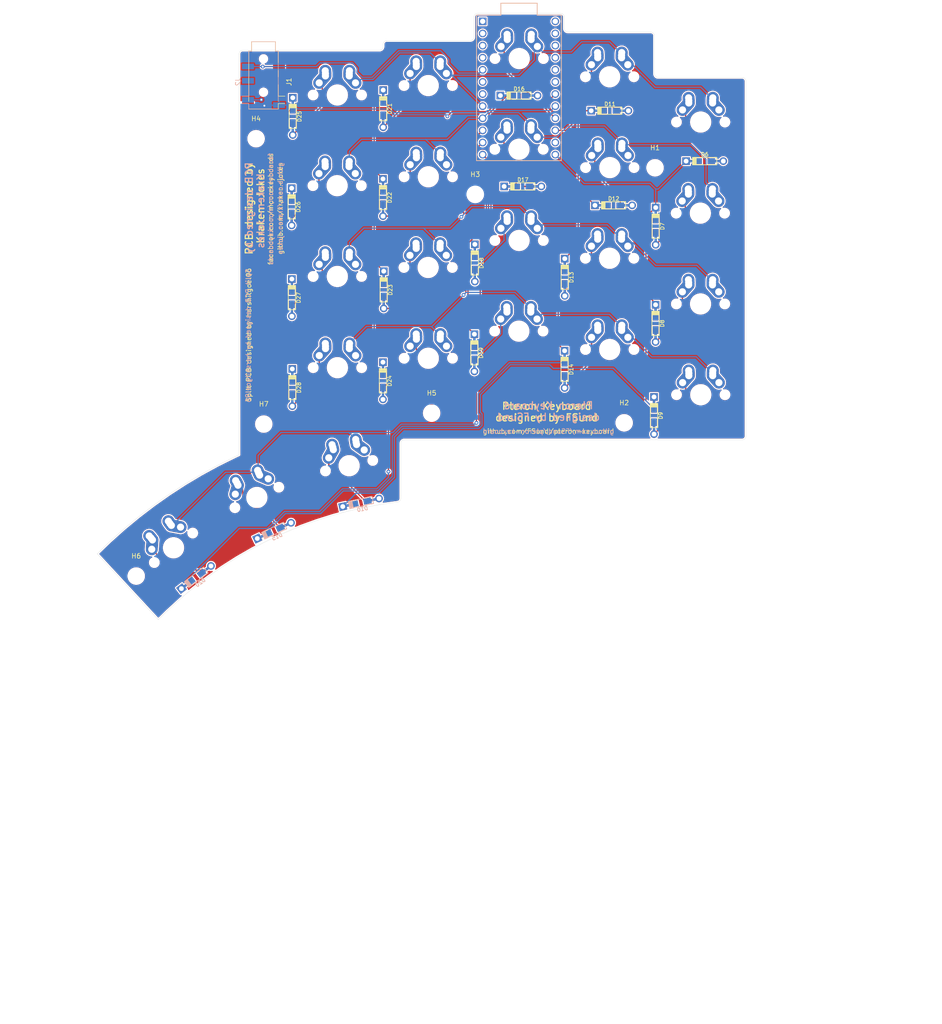
<source format=kicad_pcb>
(kicad_pcb (version 20171130) (host pcbnew "(5.1.7)-1")
  (layers (0 F.Cu signal) (31 B.Cu signal) (34 B.Paste user hide) (35 F.Paste user hide) (36 B.SilkS user) (37 F.SilkS user) (38 B.Mask user hide) (39 F.Mask user hide) (44 Edge.Cuts user))
  (net 0 "")
  (net 1 "Net-(D6-Pad2)")
  (net 2 /Col1)
  (net 3 "Net-(D7-Pad2)")
  (net 4 "Net-(D8-Pad2)")
  (net 5 "Net-(D9-Pad2)")
  (net 6 "Net-(D10-Pad2)")
  (net 7 "Net-(D11-Pad2)")
  (net 8 /Col2)
  (net 9 "Net-(D12-Pad2)")
  (net 10 "Net-(D13-Pad2)")
  (net 11 "Net-(D14-Pad2)")
  (net 12 "Net-(D15-Pad2)")
  (net 13 /Col3)
  (net 14 "Net-(D16-Pad2)")
  (net 15 "Net-(D17-Pad2)")
  (net 16 "Net-(D18-Pad2)")
  (net 17 "Net-(D19-Pad2)")
  (net 18 "Net-(D20-Pad2)")
  (net 19 /Col4)
  (net 20 "Net-(D21-Pad2)")
  (net 21 "Net-(D22-Pad2)")
  (net 22 "Net-(D23-Pad2)")
  (net 23 "Net-(D24-Pad2)")
  (net 24 /Col5)
  (net 25 "Net-(D25-Pad2)")
  (net 26 "Net-(D26-Pad2)")
  (net 27 "Net-(D27-Pad2)")
  (net 28 "Net-(D28-Pad2)")
  (net 29 /Row0)
  (net 30 /Row1)
  (net 31 /Row2)
  (net 32 /Row3)
  (net 33 /Row4)
  (net 34 /Serial)
  (net 35 VCC)
  (net 36 GND)
  (module Keebio-Parts:Diode-dual (layer F.Cu) (at 111.995245 95.34664 90)
    (fp_text reference D28 (at -0.0254 1.4 90) (layer F.SilkS) (effects (font (size 0.8 0.8))))
    (fp_text value 1N4148 hide)
    (pad 1 smd rect (at 2.5 0 90) (size 2.9 0.5) (layers F.Cu) (net 24 /Col5))
    (pad 2 smd rect (at -2.5 0 90) (size 2.9 0.5) (layers F.Cu) (net 28 "Net-(D28-Pad2)"))
    (pad 1 thru_hole rect (at 3.9 0 90) (size 1.6 1.6) (drill 1) (layers *.Cu *.Mask) (net 24 /Col5))
    (pad 2 thru_hole circle (at -3.9 0 90) (size 1.6 1.6) (drill 1) (layers *.Cu *.Mask) (net 28 "Net-(D28-Pad2)"))
    (pad 2 smd rect (at -1.4 0 90) (size 1.6 1.2) (layers F.Cu F.Paste F.Mask) (net 28 "Net-(D28-Pad2)"))
    (pad 1 smd rect (at 1.4 0 90) (size 1.6 1.2) (layers F.Cu F.Paste F.Mask) (net 24 /Col5))
    (pad 1 smd rect (at 2.5 0 90) (size 2.9 0.5) (layers B.Cu) (net 24 /Col5))
    (pad 1 smd rect (at 1.4 0 90) (size 1.6 1.2) (layers B.Cu B.Paste B.Mask) (net 24 /Col5))
    (pad 2 smd rect (at -1.4 0 90) (size 1.6 1.2) (layers B.Cu B.Paste B.Mask) (net 28 "Net-(D28-Pad2)"))
    (pad 2 smd rect (at -2.5 0 90) (size 2.9 0.5) (layers B.Cu) (net 28 "Net-(D28-Pad2)"))
  )
  (module Keebio-Parts:Diode-dual (layer F.Cu) (at 111.903079 76.492861 90)
    (fp_text reference D27 (at -0.0254 1.4 90) (layer F.SilkS) (effects (font (size 0.8 0.8))))
    (fp_text value 1N4148 hide)
    (pad 1 smd rect (at 2.5 0 90) (size 2.9 0.5) (layers F.Cu) (net 24 /Col5))
    (pad 2 smd rect (at -2.5 0 90) (size 2.9 0.5) (layers F.Cu) (net 27 "Net-(D27-Pad2)"))
    (pad 1 thru_hole rect (at 3.9 0 90) (size 1.6 1.6) (drill 1) (layers *.Cu *.Mask) (net 24 /Col5))
    (pad 2 thru_hole circle (at -3.9 0 90) (size 1.6 1.6) (drill 1) (layers *.Cu *.Mask) (net 27 "Net-(D27-Pad2)"))
    (pad 2 smd rect (at -1.4 0 90) (size 1.6 1.2) (layers F.Cu F.Paste F.Mask) (net 27 "Net-(D27-Pad2)"))
    (pad 1 smd rect (at 1.4 0 90) (size 1.6 1.2) (layers F.Cu F.Paste F.Mask) (net 24 /Col5))
    (pad 1 smd rect (at 2.5 0 90) (size 2.9 0.5) (layers B.Cu) (net 24 /Col5))
    (pad 1 smd rect (at 1.4 0 90) (size 1.6 1.2) (layers B.Cu B.Paste B.Mask) (net 24 /Col5))
    (pad 2 smd rect (at -1.4 0 90) (size 1.6 1.2) (layers B.Cu B.Paste B.Mask) (net 27 "Net-(D27-Pad2)"))
    (pad 2 smd rect (at -2.5 0 90) (size 2.9 0.5) (layers B.Cu) (net 27 "Net-(D27-Pad2)"))
  )
  (module Keebio-Parts:Diode-dual (layer F.Cu) (at 111.859426 57.457964 90)
    (fp_text reference D26 (at -0.0254 1.4 90) (layer F.SilkS) (effects (font (size 0.8 0.8))))
    (fp_text value 1N4148 hide)
    (pad 1 smd rect (at 2.5 0 90) (size 2.9 0.5) (layers F.Cu) (net 24 /Col5))
    (pad 2 smd rect (at -2.5 0 90) (size 2.9 0.5) (layers F.Cu) (net 26 "Net-(D26-Pad2)"))
    (pad 1 thru_hole rect (at 3.9 0 90) (size 1.6 1.6) (drill 1) (layers *.Cu *.Mask) (net 24 /Col5))
    (pad 2 thru_hole circle (at -3.9 0 90) (size 1.6 1.6) (drill 1) (layers *.Cu *.Mask) (net 26 "Net-(D26-Pad2)"))
    (pad 2 smd rect (at -1.4 0 90) (size 1.6 1.2) (layers F.Cu F.Paste F.Mask) (net 26 "Net-(D26-Pad2)"))
    (pad 1 smd rect (at 1.4 0 90) (size 1.6 1.2) (layers F.Cu F.Paste F.Mask) (net 24 /Col5))
    (pad 1 smd rect (at 2.5 0 90) (size 2.9 0.5) (layers B.Cu) (net 24 /Col5))
    (pad 1 smd rect (at 1.4 0 90) (size 1.6 1.2) (layers B.Cu B.Paste B.Mask) (net 24 /Col5))
    (pad 2 smd rect (at -1.4 0 90) (size 1.6 1.2) (layers B.Cu B.Paste B.Mask) (net 26 "Net-(D26-Pad2)"))
    (pad 2 smd rect (at -2.5 0 90) (size 2.9 0.5) (layers B.Cu) (net 26 "Net-(D26-Pad2)"))
  )
  (module Keebio-Parts:Diode-dual (layer F.Cu) (at 112.087456 38.495865 90)
    (fp_text reference D25 (at -0.0254 1.4 90) (layer F.SilkS) (effects (font (size 0.8 0.8))))
    (fp_text value 1N4148 hide)
    (pad 1 smd rect (at 2.5 0 90) (size 2.9 0.5) (layers F.Cu) (net 24 /Col5))
    (pad 2 smd rect (at -2.5 0 90) (size 2.9 0.5) (layers F.Cu) (net 25 "Net-(D25-Pad2)"))
    (pad 1 thru_hole rect (at 3.9 0 90) (size 1.6 1.6) (drill 1) (layers *.Cu *.Mask) (net 24 /Col5))
    (pad 2 thru_hole circle (at -3.9 0 90) (size 1.6 1.6) (drill 1) (layers *.Cu *.Mask) (net 25 "Net-(D25-Pad2)"))
    (pad 2 smd rect (at -1.4 0 90) (size 1.6 1.2) (layers F.Cu F.Paste F.Mask) (net 25 "Net-(D25-Pad2)"))
    (pad 1 smd rect (at 1.4 0 90) (size 1.6 1.2) (layers F.Cu F.Paste F.Mask) (net 24 /Col5))
    (pad 1 smd rect (at 2.5 0 90) (size 2.9 0.5) (layers B.Cu) (net 24 /Col5))
    (pad 1 smd rect (at 1.4 0 90) (size 1.6 1.2) (layers B.Cu B.Paste B.Mask) (net 24 /Col5))
    (pad 2 smd rect (at -1.4 0 90) (size 1.6 1.2) (layers B.Cu B.Paste B.Mask) (net 25 "Net-(D25-Pad2)"))
    (pad 2 smd rect (at -2.5 0 90) (size 2.9 0.5) (layers B.Cu) (net 25 "Net-(D25-Pad2)"))
  )
  (module Keebio-Parts:Diode-dual (layer F.Cu) (at 131.007609 93.938162 90)
    (fp_text reference D24 (at -0.0254 1.4 90) (layer F.SilkS) (effects (font (size 0.8 0.8))))
    (fp_text value 1N4148 hide)
    (pad 1 smd rect (at 2.5 0 90) (size 2.9 0.5) (layers F.Cu) (net 19 /Col4))
    (pad 2 smd rect (at -2.5 0 90) (size 2.9 0.5) (layers F.Cu) (net 23 "Net-(D24-Pad2)"))
    (pad 1 thru_hole rect (at 3.9 0 90) (size 1.6 1.6) (drill 1) (layers *.Cu *.Mask) (net 19 /Col4))
    (pad 2 thru_hole circle (at -3.9 0 90) (size 1.6 1.6) (drill 1) (layers *.Cu *.Mask) (net 23 "Net-(D24-Pad2)"))
    (pad 2 smd rect (at -1.4 0 90) (size 1.6 1.2) (layers F.Cu F.Paste F.Mask) (net 23 "Net-(D24-Pad2)"))
    (pad 1 smd rect (at 1.4 0 90) (size 1.6 1.2) (layers F.Cu F.Paste F.Mask) (net 19 /Col4))
    (pad 1 smd rect (at 2.5 0 90) (size 2.9 0.5) (layers B.Cu) (net 19 /Col4))
    (pad 1 smd rect (at 1.4 0 90) (size 1.6 1.2) (layers B.Cu B.Paste B.Mask) (net 19 /Col4))
    (pad 2 smd rect (at -1.4 0 90) (size 1.6 1.2) (layers B.Cu B.Paste B.Mask) (net 23 "Net-(D24-Pad2)"))
    (pad 2 smd rect (at -2.5 0 90) (size 2.9 0.5) (layers B.Cu) (net 23 "Net-(D24-Pad2)"))
  )
  (module Keebio-Parts:Diode-dual (layer F.Cu) (at 131.169349 74.86124 90)
    (fp_text reference D23 (at -0.0254 1.4 90) (layer F.SilkS) (effects (font (size 0.8 0.8))))
    (fp_text value 1N4148 hide)
    (pad 1 smd rect (at 2.5 0 90) (size 2.9 0.5) (layers F.Cu) (net 19 /Col4))
    (pad 2 smd rect (at -2.5 0 90) (size 2.9 0.5) (layers F.Cu) (net 22 "Net-(D23-Pad2)"))
    (pad 1 thru_hole rect (at 3.9 0 90) (size 1.6 1.6) (drill 1) (layers *.Cu *.Mask) (net 19 /Col4))
    (pad 2 thru_hole circle (at -3.9 0 90) (size 1.6 1.6) (drill 1) (layers *.Cu *.Mask) (net 22 "Net-(D23-Pad2)"))
    (pad 2 smd rect (at -1.4 0 90) (size 1.6 1.2) (layers F.Cu F.Paste F.Mask) (net 22 "Net-(D23-Pad2)"))
    (pad 1 smd rect (at 1.4 0 90) (size 1.6 1.2) (layers F.Cu F.Paste F.Mask) (net 19 /Col4))
    (pad 1 smd rect (at 2.5 0 90) (size 2.9 0.5) (layers B.Cu) (net 19 /Col4))
    (pad 1 smd rect (at 1.4 0 90) (size 1.6 1.2) (layers B.Cu B.Paste B.Mask) (net 19 /Col4))
    (pad 2 smd rect (at -1.4 0 90) (size 1.6 1.2) (layers B.Cu B.Paste B.Mask) (net 22 "Net-(D23-Pad2)"))
    (pad 2 smd rect (at -2.5 0 90) (size 2.9 0.5) (layers B.Cu) (net 22 "Net-(D23-Pad2)"))
  )
  (module Keebio-Parts:Diode-dual (layer F.Cu) (at 131.017392 55.506155 90)
    (fp_text reference D22 (at -0.0254 1.4 90) (layer F.SilkS) (effects (font (size 0.8 0.8))))
    (fp_text value 1N4148 hide)
    (pad 1 smd rect (at 2.5 0 90) (size 2.9 0.5) (layers F.Cu) (net 19 /Col4))
    (pad 2 smd rect (at -2.5 0 90) (size 2.9 0.5) (layers F.Cu) (net 21 "Net-(D22-Pad2)"))
    (pad 1 thru_hole rect (at 3.9 0 90) (size 1.6 1.6) (drill 1) (layers *.Cu *.Mask) (net 19 /Col4))
    (pad 2 thru_hole circle (at -3.9 0 90) (size 1.6 1.6) (drill 1) (layers *.Cu *.Mask) (net 21 "Net-(D22-Pad2)"))
    (pad 2 smd rect (at -1.4 0 90) (size 1.6 1.2) (layers F.Cu F.Paste F.Mask) (net 21 "Net-(D22-Pad2)"))
    (pad 1 smd rect (at 1.4 0 90) (size 1.6 1.2) (layers F.Cu F.Paste F.Mask) (net 19 /Col4))
    (pad 1 smd rect (at 2.5 0 90) (size 2.9 0.5) (layers B.Cu) (net 19 /Col4))
    (pad 1 smd rect (at 1.4 0 90) (size 1.6 1.2) (layers B.Cu B.Paste B.Mask) (net 19 /Col4))
    (pad 2 smd rect (at -1.4 0 90) (size 1.6 1.2) (layers B.Cu B.Paste B.Mask) (net 21 "Net-(D22-Pad2)"))
    (pad 2 smd rect (at -2.5 0 90) (size 2.9 0.5) (layers B.Cu) (net 21 "Net-(D22-Pad2)"))
  )
  (module Keebio-Parts:Diode-dual (layer F.Cu) (at 131.057795 36.882007 90)
    (fp_text reference D21 (at -0.0254 1.4 90) (layer F.SilkS) (effects (font (size 0.8 0.8))))
    (fp_text value 1N4148 hide)
    (pad 1 smd rect (at 2.5 0 90) (size 2.9 0.5) (layers F.Cu) (net 19 /Col4))
    (pad 2 smd rect (at -2.5 0 90) (size 2.9 0.5) (layers F.Cu) (net 20 "Net-(D21-Pad2)"))
    (pad 1 thru_hole rect (at 3.9 0 90) (size 1.6 1.6) (drill 1) (layers *.Cu *.Mask) (net 19 /Col4))
    (pad 2 thru_hole circle (at -3.9 0 90) (size 1.6 1.6) (drill 1) (layers *.Cu *.Mask) (net 20 "Net-(D21-Pad2)"))
    (pad 2 smd rect (at -1.4 0 90) (size 1.6 1.2) (layers F.Cu F.Paste F.Mask) (net 20 "Net-(D21-Pad2)"))
    (pad 1 smd rect (at 1.4 0 90) (size 1.6 1.2) (layers F.Cu F.Paste F.Mask) (net 19 /Col4))
    (pad 1 smd rect (at 2.5 0 90) (size 2.9 0.5) (layers B.Cu) (net 19 /Col4))
    (pad 1 smd rect (at 1.4 0 90) (size 1.6 1.2) (layers B.Cu B.Paste B.Mask) (net 19 /Col4))
    (pad 2 smd rect (at -1.4 0 90) (size 1.6 1.2) (layers B.Cu B.Paste B.Mask) (net 20 "Net-(D21-Pad2)"))
    (pad 2 smd rect (at -2.5 0 90) (size 2.9 0.5) (layers B.Cu) (net 20 "Net-(D21-Pad2)"))
  )
  (module Keebio-Parts:Diode-dual (layer B.Cu) (at 91.82862 135.128 217.5)
    (fp_text reference D20 (at -0.0254 -1.4 37.5) (layer B.SilkS) (effects (font (size 0.8 0.8)) (justify mirror)))
    (fp_text value 1N4148 hide)
    (pad 1 smd rect (at 2.5 0 217.5) (size 2.9 0.5) (layers B.Cu) (net 13 /Col3))
    (pad 2 smd rect (at -2.5 0 217.5) (size 2.9 0.5) (layers B.Cu) (net 18 "Net-(D20-Pad2)"))
    (pad 1 thru_hole rect (at 3.9 0 217.5) (size 1.6 1.6) (drill 1) (layers *.Cu *.Mask) (net 13 /Col3))
    (pad 2 thru_hole circle (at -3.9 0 217.5) (size 1.6 1.6) (drill 1) (layers *.Cu *.Mask) (net 18 "Net-(D20-Pad2)"))
    (pad 2 smd rect (at -1.4 0 217.5) (size 1.6 1.2) (layers B.Cu B.Paste B.Mask) (net 18 "Net-(D20-Pad2)"))
    (pad 1 smd rect (at 1.4 0 217.5) (size 1.6 1.2) (layers B.Cu B.Paste B.Mask) (net 13 /Col3))
    (pad 1 smd rect (at 2.5 0 217.5) (size 2.9 0.5) (layers F.Cu) (net 13 /Col3))
    (pad 1 smd rect (at 1.4 0 217.5) (size 1.6 1.2) (layers F.Cu F.Paste F.Mask) (net 13 /Col3))
    (pad 2 smd rect (at -1.4 0 217.5) (size 1.6 1.2) (layers F.Cu F.Paste F.Mask) (net 18 "Net-(D20-Pad2)"))
    (pad 2 smd rect (at -2.5 0 217.5) (size 2.9 0.5) (layers F.Cu) (net 18 "Net-(D20-Pad2)"))
  )
  (module Keebio-Parts:Diode-dual (layer F.Cu) (at 150.192403 88.065988 90)
    (fp_text reference D19 (at -0.0254 1.4 90) (layer F.SilkS) (effects (font (size 0.8 0.8))))
    (fp_text value 1N4148 hide)
    (pad 1 smd rect (at 2.5 0 90) (size 2.9 0.5) (layers F.Cu) (net 13 /Col3))
    (pad 2 smd rect (at -2.5 0 90) (size 2.9 0.5) (layers F.Cu) (net 17 "Net-(D19-Pad2)"))
    (pad 1 thru_hole rect (at 3.9 0 90) (size 1.6 1.6) (drill 1) (layers *.Cu *.Mask) (net 13 /Col3))
    (pad 2 thru_hole circle (at -3.9 0 90) (size 1.6 1.6) (drill 1) (layers *.Cu *.Mask) (net 17 "Net-(D19-Pad2)"))
    (pad 2 smd rect (at -1.4 0 90) (size 1.6 1.2) (layers F.Cu F.Paste F.Mask) (net 17 "Net-(D19-Pad2)"))
    (pad 1 smd rect (at 1.4 0 90) (size 1.6 1.2) (layers F.Cu F.Paste F.Mask) (net 13 /Col3))
    (pad 1 smd rect (at 2.5 0 90) (size 2.9 0.5) (layers B.Cu) (net 13 /Col3))
    (pad 1 smd rect (at 1.4 0 90) (size 1.6 1.2) (layers B.Cu B.Paste B.Mask) (net 13 /Col3))
    (pad 2 smd rect (at -1.4 0 90) (size 1.6 1.2) (layers B.Cu B.Paste B.Mask) (net 17 "Net-(D19-Pad2)"))
    (pad 2 smd rect (at -2.5 0 90) (size 2.9 0.5) (layers B.Cu) (net 17 "Net-(D19-Pad2)"))
  )
  (module Keebio-Parts:Diode-dual (layer F.Cu) (at 150.286156 69.222239 90)
    (fp_text reference D18 (at -0.0254 1.4 90) (layer F.SilkS) (effects (font (size 0.8 0.8))))
    (fp_text value 1N4148 hide)
    (pad 1 smd rect (at 2.5 0 90) (size 2.9 0.5) (layers F.Cu) (net 13 /Col3))
    (pad 2 smd rect (at -2.5 0 90) (size 2.9 0.5) (layers F.Cu) (net 16 "Net-(D18-Pad2)"))
    (pad 1 thru_hole rect (at 3.9 0 90) (size 1.6 1.6) (drill 1) (layers *.Cu *.Mask) (net 13 /Col3))
    (pad 2 thru_hole circle (at -3.9 0 90) (size 1.6 1.6) (drill 1) (layers *.Cu *.Mask) (net 16 "Net-(D18-Pad2)"))
    (pad 2 smd rect (at -1.4 0 90) (size 1.6 1.2) (layers F.Cu F.Paste F.Mask) (net 16 "Net-(D18-Pad2)"))
    (pad 1 smd rect (at 1.4 0 90) (size 1.6 1.2) (layers F.Cu F.Paste F.Mask) (net 13 /Col3))
    (pad 1 smd rect (at 2.5 0 90) (size 2.9 0.5) (layers B.Cu) (net 13 /Col3))
    (pad 1 smd rect (at 1.4 0 90) (size 1.6 1.2) (layers B.Cu B.Paste B.Mask) (net 13 /Col3))
    (pad 2 smd rect (at -1.4 0 90) (size 1.6 1.2) (layers B.Cu B.Paste B.Mask) (net 16 "Net-(D18-Pad2)"))
    (pad 2 smd rect (at -2.5 0 90) (size 2.9 0.5) (layers B.Cu) (net 16 "Net-(D18-Pad2)"))
  )
  (module Keebio-Parts:Diode-dual (layer F.Cu) (at 160.3375 53.18125 180)
    (fp_text reference D17 (at -0.0254 1.4) (layer F.SilkS) (effects (font (size 0.8 0.8))))
    (fp_text value 1N4148 hide)
    (pad 1 smd rect (at 2.5 0 180) (size 2.9 0.5) (layers F.Cu) (net 13 /Col3))
    (pad 2 smd rect (at -2.5 0 180) (size 2.9 0.5) (layers F.Cu) (net 15 "Net-(D17-Pad2)"))
    (pad 1 thru_hole rect (at 3.9 0 180) (size 1.6 1.6) (drill 1) (layers *.Cu *.Mask) (net 13 /Col3))
    (pad 2 thru_hole circle (at -3.9 0 180) (size 1.6 1.6) (drill 1) (layers *.Cu *.Mask) (net 15 "Net-(D17-Pad2)"))
    (pad 2 smd rect (at -1.4 0 180) (size 1.6 1.2) (layers F.Cu F.Paste F.Mask) (net 15 "Net-(D17-Pad2)"))
    (pad 1 smd rect (at 1.4 0 180) (size 1.6 1.2) (layers F.Cu F.Paste F.Mask) (net 13 /Col3))
    (pad 1 smd rect (at 2.5 0 180) (size 2.9 0.5) (layers B.Cu) (net 13 /Col3))
    (pad 1 smd rect (at 1.4 0 180) (size 1.6 1.2) (layers B.Cu B.Paste B.Mask) (net 13 /Col3))
    (pad 2 smd rect (at -1.4 0 180) (size 1.6 1.2) (layers B.Cu B.Paste B.Mask) (net 15 "Net-(D17-Pad2)"))
    (pad 2 smd rect (at -2.5 0 180) (size 2.9 0.5) (layers B.Cu) (net 15 "Net-(D17-Pad2)"))
  )
  (module Keebio-Parts:Diode-dual (layer F.Cu) (at 159.54375 34.13125 180)
    (fp_text reference D16 (at -0.0254 1.4) (layer F.SilkS) (effects (font (size 0.8 0.8))))
    (fp_text value 1N4148 hide)
    (pad 1 smd rect (at 2.5 0 180) (size 2.9 0.5) (layers F.Cu) (net 13 /Col3))
    (pad 2 smd rect (at -2.5 0 180) (size 2.9 0.5) (layers F.Cu) (net 14 "Net-(D16-Pad2)"))
    (pad 1 thru_hole rect (at 3.9 0 180) (size 1.6 1.6) (drill 1) (layers *.Cu *.Mask) (net 13 /Col3))
    (pad 2 thru_hole circle (at -3.9 0 180) (size 1.6 1.6) (drill 1) (layers *.Cu *.Mask) (net 14 "Net-(D16-Pad2)"))
    (pad 2 smd rect (at -1.4 0 180) (size 1.6 1.2) (layers F.Cu F.Paste F.Mask) (net 14 "Net-(D16-Pad2)"))
    (pad 1 smd rect (at 1.4 0 180) (size 1.6 1.2) (layers F.Cu F.Paste F.Mask) (net 13 /Col3))
    (pad 1 smd rect (at 2.5 0 180) (size 2.9 0.5) (layers B.Cu) (net 13 /Col3))
    (pad 1 smd rect (at 1.4 0 180) (size 1.6 1.2) (layers B.Cu B.Paste B.Mask) (net 13 /Col3))
    (pad 2 smd rect (at -1.4 0 180) (size 1.6 1.2) (layers B.Cu B.Paste B.Mask) (net 14 "Net-(D16-Pad2)"))
    (pad 2 smd rect (at -2.5 0 180) (size 2.9 0.5) (layers B.Cu) (net 14 "Net-(D16-Pad2)"))
  )
  (module Keebio-Parts:Diode-dual (layer B.Cu) (at 108.18622 125.349 205)
    (fp_text reference D15 (at -0.0254 -1.4 25) (layer B.SilkS) (effects (font (size 0.8 0.8)) (justify mirror)))
    (fp_text value 1N4148 hide)
    (pad 1 smd rect (at 2.5 0 205) (size 2.9 0.5) (layers B.Cu) (net 8 /Col2))
    (pad 2 smd rect (at -2.5 0 205) (size 2.9 0.5) (layers B.Cu) (net 12 "Net-(D15-Pad2)"))
    (pad 1 thru_hole rect (at 3.9 0 205) (size 1.6 1.6) (drill 1) (layers *.Cu *.Mask) (net 8 /Col2))
    (pad 2 thru_hole circle (at -3.9 0 205) (size 1.6 1.6) (drill 1) (layers *.Cu *.Mask) (net 12 "Net-(D15-Pad2)"))
    (pad 2 smd rect (at -1.4 0 205) (size 1.6 1.2) (layers B.Cu B.Paste B.Mask) (net 12 "Net-(D15-Pad2)"))
    (pad 1 smd rect (at 1.4 0 205) (size 1.6 1.2) (layers B.Cu B.Paste B.Mask) (net 8 /Col2))
    (pad 1 smd rect (at 2.5 0 205) (size 2.9 0.5) (layers F.Cu) (net 8 /Col2))
    (pad 1 smd rect (at 1.4 0 205) (size 1.6 1.2) (layers F.Cu F.Paste F.Mask) (net 8 /Col2))
    (pad 2 smd rect (at -1.4 0 205) (size 1.6 1.2) (layers F.Cu F.Paste F.Mask) (net 12 "Net-(D15-Pad2)"))
    (pad 2 smd rect (at -2.5 0 205) (size 2.9 0.5) (layers F.Cu) (net 12 "Net-(D15-Pad2)"))
  )
  (module Keebio-Parts:Diode-dual (layer F.Cu) (at 169.116409 91.531959 90)
    (fp_text reference D14 (at -0.0254 1.4 90) (layer F.SilkS) (effects (font (size 0.8 0.8))))
    (fp_text value 1N4148 hide)
    (pad 1 smd rect (at 2.5 0 90) (size 2.9 0.5) (layers F.Cu) (net 8 /Col2))
    (pad 2 smd rect (at -2.5 0 90) (size 2.9 0.5) (layers F.Cu) (net 11 "Net-(D14-Pad2)"))
    (pad 1 thru_hole rect (at 3.9 0 90) (size 1.6 1.6) (drill 1) (layers *.Cu *.Mask) (net 8 /Col2))
    (pad 2 thru_hole circle (at -3.9 0 90) (size 1.6 1.6) (drill 1) (layers *.Cu *.Mask) (net 11 "Net-(D14-Pad2)"))
    (pad 2 smd rect (at -1.4 0 90) (size 1.6 1.2) (layers F.Cu F.Paste F.Mask) (net 11 "Net-(D14-Pad2)"))
    (pad 1 smd rect (at 1.4 0 90) (size 1.6 1.2) (layers F.Cu F.Paste F.Mask) (net 8 /Col2))
    (pad 1 smd rect (at 2.5 0 90) (size 2.9 0.5) (layers B.Cu) (net 8 /Col2))
    (pad 1 smd rect (at 1.4 0 90) (size 1.6 1.2) (layers B.Cu B.Paste B.Mask) (net 8 /Col2))
    (pad 2 smd rect (at -1.4 0 90) (size 1.6 1.2) (layers B.Cu B.Paste B.Mask) (net 11 "Net-(D14-Pad2)"))
    (pad 2 smd rect (at -2.5 0 90) (size 2.9 0.5) (layers B.Cu) (net 11 "Net-(D14-Pad2)"))
  )
  (module Keebio-Parts:Diode-dual (layer F.Cu) (at 169.145564 72.225398 90)
    (fp_text reference D13 (at -0.0254 1.4 90) (layer F.SilkS) (effects (font (size 0.8 0.8))))
    (fp_text value 1N4148 hide)
    (pad 1 smd rect (at 2.5 0 90) (size 2.9 0.5) (layers F.Cu) (net 8 /Col2))
    (pad 2 smd rect (at -2.5 0 90) (size 2.9 0.5) (layers F.Cu) (net 10 "Net-(D13-Pad2)"))
    (pad 1 thru_hole rect (at 3.9 0 90) (size 1.6 1.6) (drill 1) (layers *.Cu *.Mask) (net 8 /Col2))
    (pad 2 thru_hole circle (at -3.9 0 90) (size 1.6 1.6) (drill 1) (layers *.Cu *.Mask) (net 10 "Net-(D13-Pad2)"))
    (pad 2 smd rect (at -1.4 0 90) (size 1.6 1.2) (layers F.Cu F.Paste F.Mask) (net 10 "Net-(D13-Pad2)"))
    (pad 1 smd rect (at 1.4 0 90) (size 1.6 1.2) (layers F.Cu F.Paste F.Mask) (net 8 /Col2))
    (pad 1 smd rect (at 2.5 0 90) (size 2.9 0.5) (layers B.Cu) (net 8 /Col2))
    (pad 1 smd rect (at 1.4 0 90) (size 1.6 1.2) (layers B.Cu B.Paste B.Mask) (net 8 /Col2))
    (pad 2 smd rect (at -1.4 0 90) (size 1.6 1.2) (layers B.Cu B.Paste B.Mask) (net 10 "Net-(D13-Pad2)"))
    (pad 2 smd rect (at -2.5 0 90) (size 2.9 0.5) (layers B.Cu) (net 10 "Net-(D13-Pad2)"))
  )
  (module Keebio-Parts:Diode-dual (layer F.Cu) (at 179.3875 57.15 180)
    (fp_text reference D12 (at -0.0254 1.4) (layer F.SilkS) (effects (font (size 0.8 0.8))))
    (fp_text value 1N4148 hide)
    (pad 1 smd rect (at 2.5 0 180) (size 2.9 0.5) (layers F.Cu) (net 8 /Col2))
    (pad 2 smd rect (at -2.5 0 180) (size 2.9 0.5) (layers F.Cu) (net 9 "Net-(D12-Pad2)"))
    (pad 1 thru_hole rect (at 3.9 0 180) (size 1.6 1.6) (drill 1) (layers *.Cu *.Mask) (net 8 /Col2))
    (pad 2 thru_hole circle (at -3.9 0 180) (size 1.6 1.6) (drill 1) (layers *.Cu *.Mask) (net 9 "Net-(D12-Pad2)"))
    (pad 2 smd rect (at -1.4 0 180) (size 1.6 1.2) (layers F.Cu F.Paste F.Mask) (net 9 "Net-(D12-Pad2)"))
    (pad 1 smd rect (at 1.4 0 180) (size 1.6 1.2) (layers F.Cu F.Paste F.Mask) (net 8 /Col2))
    (pad 1 smd rect (at 2.5 0 180) (size 2.9 0.5) (layers B.Cu) (net 8 /Col2))
    (pad 1 smd rect (at 1.4 0 180) (size 1.6 1.2) (layers B.Cu B.Paste B.Mask) (net 8 /Col2))
    (pad 2 smd rect (at -1.4 0 180) (size 1.6 1.2) (layers B.Cu B.Paste B.Mask) (net 9 "Net-(D12-Pad2)"))
    (pad 2 smd rect (at -2.5 0 180) (size 2.9 0.5) (layers B.Cu) (net 9 "Net-(D12-Pad2)"))
  )
  (module Keebio-Parts:Diode-dual (layer F.Cu) (at 178.59375 37.30625 180)
    (fp_text reference D11 (at -0.0254 1.4) (layer F.SilkS) (effects (font (size 0.8 0.8))))
    (fp_text value 1N4148 hide)
    (pad 1 smd rect (at 2.5 0 180) (size 2.9 0.5) (layers F.Cu) (net 8 /Col2))
    (pad 2 smd rect (at -2.5 0 180) (size 2.9 0.5) (layers F.Cu) (net 7 "Net-(D11-Pad2)"))
    (pad 1 thru_hole rect (at 3.9 0 180) (size 1.6 1.6) (drill 1) (layers *.Cu *.Mask) (net 8 /Col2))
    (pad 2 thru_hole circle (at -3.9 0 180) (size 1.6 1.6) (drill 1) (layers *.Cu *.Mask) (net 7 "Net-(D11-Pad2)"))
    (pad 2 smd rect (at -1.4 0 180) (size 1.6 1.2) (layers F.Cu F.Paste F.Mask) (net 7 "Net-(D11-Pad2)"))
    (pad 1 smd rect (at 1.4 0 180) (size 1.6 1.2) (layers F.Cu F.Paste F.Mask) (net 8 /Col2))
    (pad 1 smd rect (at 2.5 0 180) (size 2.9 0.5) (layers B.Cu) (net 8 /Col2))
    (pad 1 smd rect (at 1.4 0 180) (size 1.6 1.2) (layers B.Cu B.Paste B.Mask) (net 8 /Col2))
    (pad 2 smd rect (at -1.4 0 180) (size 1.6 1.2) (layers B.Cu B.Paste B.Mask) (net 7 "Net-(D11-Pad2)"))
    (pad 2 smd rect (at -2.5 0 180) (size 2.9 0.5) (layers B.Cu) (net 7 "Net-(D11-Pad2)"))
  )
  (module Keebio-Parts:Diode-dual (layer B.Cu) (at 126.38278 119.45366 192.5)
    (fp_text reference D10 (at -0.0254 -1.4 12.5) (layer B.SilkS) (effects (font (size 0.8 0.8)) (justify mirror)))
    (fp_text value 1N4148 hide)
    (pad 1 smd rect (at 2.5 0 192.5) (size 2.9 0.5) (layers B.Cu) (net 2 /Col1))
    (pad 2 smd rect (at -2.5 0 192.5) (size 2.9 0.5) (layers B.Cu) (net 6 "Net-(D10-Pad2)"))
    (pad 1 thru_hole rect (at 3.9 0 192.5) (size 1.6 1.6) (drill 1) (layers *.Cu *.Mask) (net 2 /Col1))
    (pad 2 thru_hole circle (at -3.9 0 192.5) (size 1.6 1.6) (drill 1) (layers *.Cu *.Mask) (net 6 "Net-(D10-Pad2)"))
    (pad 2 smd rect (at -1.4 0 192.5) (size 1.6 1.2) (layers B.Cu B.Paste B.Mask) (net 6 "Net-(D10-Pad2)"))
    (pad 1 smd rect (at 1.4 0 192.5) (size 1.6 1.2) (layers B.Cu B.Paste B.Mask) (net 2 /Col1))
    (pad 1 smd rect (at 2.5 0 192.5) (size 2.9 0.5) (layers F.Cu) (net 2 /Col1))
    (pad 1 smd rect (at 1.4 0 192.5) (size 1.6 1.2) (layers F.Cu F.Paste F.Mask) (net 2 /Col1))
    (pad 2 smd rect (at -1.4 0 192.5) (size 1.6 1.2) (layers F.Cu F.Paste F.Mask) (net 6 "Net-(D10-Pad2)"))
    (pad 2 smd rect (at -2.5 0 192.5) (size 2.9 0.5) (layers F.Cu) (net 6 "Net-(D10-Pad2)"))
  )
  (module Keebio-Parts:Diode-dual (layer F.Cu) (at 187.873952 101.216766 90)
    (fp_text reference D9 (at -0.0254 1.4 90) (layer F.SilkS) (effects (font (size 0.8 0.8))))
    (fp_text value 1N4148 hide)
    (pad 1 smd rect (at 2.5 0 90) (size 2.9 0.5) (layers F.Cu) (net 2 /Col1))
    (pad 2 smd rect (at -2.5 0 90) (size 2.9 0.5) (layers F.Cu) (net 5 "Net-(D9-Pad2)"))
    (pad 1 thru_hole rect (at 3.9 0 90) (size 1.6 1.6) (drill 1) (layers *.Cu *.Mask) (net 2 /Col1))
    (pad 2 thru_hole circle (at -3.9 0 90) (size 1.6 1.6) (drill 1) (layers *.Cu *.Mask) (net 5 "Net-(D9-Pad2)"))
    (pad 2 smd rect (at -1.4 0 90) (size 1.6 1.2) (layers F.Cu F.Paste F.Mask) (net 5 "Net-(D9-Pad2)"))
    (pad 1 smd rect (at 1.4 0 90) (size 1.6 1.2) (layers F.Cu F.Paste F.Mask) (net 2 /Col1))
    (pad 1 smd rect (at 2.5 0 90) (size 2.9 0.5) (layers B.Cu) (net 2 /Col1))
    (pad 1 smd rect (at 1.4 0 90) (size 1.6 1.2) (layers B.Cu B.Paste B.Mask) (net 2 /Col1))
    (pad 2 smd rect (at -1.4 0 90) (size 1.6 1.2) (layers B.Cu B.Paste B.Mask) (net 5 "Net-(D9-Pad2)"))
    (pad 2 smd rect (at -2.5 0 90) (size 2.9 0.5) (layers B.Cu) (net 5 "Net-(D9-Pad2)"))
  )
  (module Keebio-Parts:Diode-dual (layer F.Cu) (at 188.199026 81.892443 90)
    (fp_text reference D8 (at -0.0254 1.4 90) (layer F.SilkS) (effects (font (size 0.8 0.8))))
    (fp_text value 1N4148 hide)
    (pad 1 smd rect (at 2.5 0 90) (size 2.9 0.5) (layers F.Cu) (net 2 /Col1))
    (pad 2 smd rect (at -2.5 0 90) (size 2.9 0.5) (layers F.Cu) (net 4 "Net-(D8-Pad2)"))
    (pad 1 thru_hole rect (at 3.9 0 90) (size 1.6 1.6) (drill 1) (layers *.Cu *.Mask) (net 2 /Col1))
    (pad 2 thru_hole circle (at -3.9 0 90) (size 1.6 1.6) (drill 1) (layers *.Cu *.Mask) (net 4 "Net-(D8-Pad2)"))
    (pad 2 smd rect (at -1.4 0 90) (size 1.6 1.2) (layers F.Cu F.Paste F.Mask) (net 4 "Net-(D8-Pad2)"))
    (pad 1 smd rect (at 1.4 0 90) (size 1.6 1.2) (layers F.Cu F.Paste F.Mask) (net 2 /Col1))
    (pad 1 smd rect (at 2.5 0 90) (size 2.9 0.5) (layers B.Cu) (net 2 /Col1))
    (pad 1 smd rect (at 1.4 0 90) (size 1.6 1.2) (layers B.Cu B.Paste B.Mask) (net 2 /Col1))
    (pad 2 smd rect (at -1.4 0 90) (size 1.6 1.2) (layers B.Cu B.Paste B.Mask) (net 4 "Net-(D8-Pad2)"))
    (pad 2 smd rect (at -2.5 0 90) (size 2.9 0.5) (layers B.Cu) (net 4 "Net-(D8-Pad2)"))
  )
  (module Keebio-Parts:Diode-dual (layer F.Cu) (at 188.223421 61.516973 90)
    (fp_text reference D7 (at -0.0254 1.4 90) (layer F.SilkS) (effects (font (size 0.8 0.8))))
    (fp_text value 1N4148 hide)
    (pad 1 smd rect (at 2.5 0 90) (size 2.9 0.5) (layers F.Cu) (net 2 /Col1))
    (pad 2 smd rect (at -2.5 0 90) (size 2.9 0.5) (layers F.Cu) (net 3 "Net-(D7-Pad2)"))
    (pad 1 thru_hole rect (at 3.9 0 90) (size 1.6 1.6) (drill 1) (layers *.Cu *.Mask) (net 2 /Col1))
    (pad 2 thru_hole circle (at -3.9 0 90) (size 1.6 1.6) (drill 1) (layers *.Cu *.Mask) (net 3 "Net-(D7-Pad2)"))
    (pad 2 smd rect (at -1.4 0 90) (size 1.6 1.2) (layers F.Cu F.Paste F.Mask) (net 3 "Net-(D7-Pad2)"))
    (pad 1 smd rect (at 1.4 0 90) (size 1.6 1.2) (layers F.Cu F.Paste F.Mask) (net 2 /Col1))
    (pad 1 smd rect (at 2.5 0 90) (size 2.9 0.5) (layers B.Cu) (net 2 /Col1))
    (pad 1 smd rect (at 1.4 0 90) (size 1.6 1.2) (layers B.Cu B.Paste B.Mask) (net 2 /Col1))
    (pad 2 smd rect (at -1.4 0 90) (size 1.6 1.2) (layers B.Cu B.Paste B.Mask) (net 3 "Net-(D7-Pad2)"))
    (pad 2 smd rect (at -2.5 0 90) (size 2.9 0.5) (layers B.Cu) (net 3 "Net-(D7-Pad2)"))
  )
  (module Keebio-Parts:Diode-dual (layer F.Cu) (at 198.504 47.879 180)
    (fp_text reference D6 (at -0.0254 1.4) (layer F.SilkS) (effects (font (size 0.8 0.8))))
    (fp_text value 1N4148 hide)
    (pad 1 smd rect (at 2.5 0 180) (size 2.9 0.5) (layers F.Cu) (net 2 /Col1))
    (pad 2 smd rect (at -2.5 0 180) (size 2.9 0.5) (layers F.Cu) (net 1 "Net-(D6-Pad2)"))
    (pad 1 thru_hole rect (at 3.9 0 180) (size 1.6 1.6) (drill 1) (layers *.Cu *.Mask) (net 2 /Col1))
    (pad 2 thru_hole circle (at -3.9 0 180) (size 1.6 1.6) (drill 1) (layers *.Cu *.Mask) (net 1 "Net-(D6-Pad2)"))
    (pad 2 smd rect (at -1.4 0 180) (size 1.6 1.2) (layers F.Cu F.Paste F.Mask) (net 1 "Net-(D6-Pad2)"))
    (pad 1 smd rect (at 1.4 0 180) (size 1.6 1.2) (layers F.Cu F.Paste F.Mask) (net 2 /Col1))
    (pad 1 smd rect (at 2.5 0 180) (size 2.9 0.5) (layers B.Cu) (net 2 /Col1))
    (pad 1 smd rect (at 1.4 0 180) (size 1.6 1.2) (layers B.Cu B.Paste B.Mask) (net 2 /Col1))
    (pad 2 smd rect (at -1.4 0 180) (size 1.6 1.2) (layers B.Cu B.Paste B.Mask) (net 1 "Net-(D6-Pad2)"))
    (pad 2 smd rect (at -2.5 0 180) (size 2.9 0.5) (layers B.Cu) (net 1 "Net-(D6-Pad2)"))
  )
  (module promicro:ProMicro (layer F.Cu) (at 159.54375 32.54375 270)
    (fp_text reference U1 hide)
    (fp_text value ProMicro)
    (pad 24 thru_hole circle (at -13.97 -7.62 270) (size 1.6 1.6) (drill 1.1) (layers *.Cu *.Mask))
    (pad 23 thru_hole circle (at -11.43 -7.62 270) (size 1.6 1.6) (drill 1.1) (layers *.Cu *.Mask))
    (pad 22 thru_hole circle (at -8.89 -7.62 270) (size 1.6 1.6) (drill 1.1) (layers *.Cu *.Mask))
    (pad 21 thru_hole circle (at -6.35 -7.62 270) (size 1.6 1.6) (drill 1.1) (layers *.Cu *.Mask))
    (pad 20 thru_hole circle (at -3.81 -7.62 270) (size 1.6 1.6) (drill 1.1) (layers *.Cu *.Mask))
    (pad 19 thru_hole circle (at -1.27 -7.62 270) (size 1.6 1.6) (drill 1.1) (layers *.Cu *.Mask))
    (pad 18 thru_hole circle (at 1.27 -7.62 270) (size 1.6 1.6) (drill 1.1) (layers *.Cu *.Mask) (net 24 /Col5))
    (pad 17 thru_hole circle (at 3.81 -7.62 270) (size 1.6 1.6) (drill 1.1) (layers *.Cu *.Mask) (net 19 /Col4))
    (pad 16 thru_hole circle (at 6.35 -7.62 270) (size 1.6 1.6) (drill 1.1) (layers *.Cu *.Mask) (net 13 /Col3))
    (pad 15 thru_hole circle (at 8.89 -7.62 270) (size 1.6 1.6) (drill 1.1) (layers *.Cu *.Mask) (net 8 /Col2))
    (pad 14 thru_hole circle (at 11.43 -7.62 270) (size 1.6 1.6) (drill 1.1) (layers *.Cu *.Mask))
    (pad 13 thru_hole circle (at 13.97 -7.62 270) (size 1.6 1.6) (drill 1.1) (layers *.Cu *.Mask) (net 2 /Col1))
    (pad 12 thru_hole circle (at 13.97 7.62 270) (size 1.6 1.6) (drill 1.1) (layers *.Cu *.Mask) (net 33 /Row4))
    (pad 11 thru_hole circle (at 11.43 7.62 270) (size 1.6 1.6) (drill 1.1) (layers *.Cu *.Mask) (net 32 /Row3))
    (pad 10 thru_hole circle (at 8.89 7.62 270) (size 1.6 1.6) (drill 1.1) (layers *.Cu *.Mask) (net 31 /Row2))
    (pad 9 thru_hole circle (at 6.35 7.62 270) (size 1.6 1.6) (drill 1.1) (layers *.Cu *.Mask) (net 30 /Row1))
    (pad 8 thru_hole circle (at 3.81 7.62 270) (size 1.6 1.6) (drill 1.1) (layers *.Cu *.Mask) (net 29 /Row0))
    (pad 7 thru_hole circle (at 1.27 7.62 270) (size 1.6 1.6) (drill 1.1) (layers *.Cu *.Mask))
    (pad 6 thru_hole circle (at -1.27 7.62 270) (size 1.6 1.6) (drill 1.1) (layers *.Cu *.Mask))
    (pad 5 thru_hole circle (at -3.81 7.62 270) (size 1.6 1.6) (drill 1.1) (layers *.Cu *.Mask) (net 34 /Serial))
    (pad 4 thru_hole circle (at -6.35 7.62 270) (size 1.6 1.6) (drill 1.1) (layers *.Cu *.Mask))
    (pad 3 thru_hole circle (at -8.89 7.62 270) (size 1.6 1.6) (drill 1.1) (layers *.Cu *.Mask))
    (pad 2 thru_hole circle (at -11.43 7.62 270) (size 1.6 1.6) (drill 1.1) (layers *.Cu *.Mask))
    (pad 1 thru_hole rect (at -13.97 7.62 270) (size 1.6 1.6) (drill 1.1) (layers *.Cu *.Mask))
  )
  (module MountingHole:MountingHole_3.2mm_M3 (layer F.Cu) (at 106.0069 103.0097)
    (fp_text reference H7 (at 0 -4.2) (layer F.SilkS))
    (fp_text value MountingHole)
    (pad 1 np_thru_hole circle (at 0 0) (size 3.2 3.2) (drill 3.2) (layers *.Cu *.Mask))
  )
  (module MountingHole:MountingHole_3.2mm_M3 (layer F.Cu) (at 79.248 134.874)
    (fp_text reference H6 (at 0 -4.2) (layer F.SilkS))
    (fp_text value MountingHole)
    (pad 1 np_thru_hole circle (at 0 0) (size 3.2 3.2) (drill 3.2) (layers *.Cu *.Mask))
  )
  (module MountingHole:MountingHole_3.2mm_M3 (layer F.Cu) (at 141.224 100.711)
    (fp_text reference H5 (at 0 -4.2) (layer F.SilkS))
    (fp_text value MountingHole)
    (pad 1 np_thru_hole circle (at 0 0) (size 3.2 3.2) (drill 3.2) (layers *.Cu *.Mask))
  )
  (module MountingHole:MountingHole_3.2mm_M3 (layer F.Cu) (at 104.394 43.18)
    (fp_text reference H4 (at 0 -4.2) (layer F.SilkS))
    (fp_text value MountingHole)
    (pad 1 np_thru_hole circle (at 0 0) (size 3.2 3.2) (drill 3.2) (layers *.Cu *.Mask))
  )
  (module MountingHole:MountingHole_3.2mm_M3 (layer F.Cu) (at 150.368 54.864)
    (fp_text reference H3 (at 0 -4.2) (layer F.SilkS))
    (fp_text value MountingHole)
    (pad 1 np_thru_hole circle (at 0 0) (size 3.2 3.2) (drill 3.2) (layers *.Cu *.Mask))
  )
  (module MountingHole:MountingHole_3.2mm_M3 (layer F.Cu) (at 181.61 102.743)
    (fp_text reference H2 (at 0 -4.2) (layer F.SilkS))
    (fp_text value MountingHole)
    (pad 1 np_thru_hole circle (at 0 0) (size 3.2 3.2) (drill 3.2) (layers *.Cu *.Mask))
  )
  (module MountingHole:MountingHole_3.2mm_M3 (layer F.Cu) (at 188.087 49.276)
    (fp_text reference H1 (at 0 -4.2) (layer F.SilkS))
    (fp_text value MountingHole)
    (pad 1 np_thru_hole circle (at 0 0) (size 3.2 3.2) (drill 3.2) (layers *.Cu *.Mask))
  )
  (module Keebio-Parts:Hybrid_PCB_100H_Dual_hole (layer F.Cu) (at 159.545524 45.388787)
    (fp_text reference SW17 hide)
    (fp_text value SW_PUSH hide)
    (pad 1 smd oval (at 2.52 -4.79 356.055) (size 2.5 3.081378) (layers B.Cu B.Paste B.Mask) (net 30 /Row1))
    (pad 1 smd oval (at 3.155 -3.27 221.9) (size 2.5 4.461556) (layers F.Cu F.Paste F.Mask) (net 30 /Row1))
    (pad 2 smd oval (at -2.52 -4.79 3.945) (size 2.5 3.081378) (layers F.Cu F.Paste F.Mask) (net 15 "Net-(D17-Pad2)"))
    (pad 2 smd oval (at -3.155 -3.27 138.1) (size 2.5 4.461556) (layers F.Cu F.Paste F.Mask) (net 15 "Net-(D17-Pad2)"))
    (pad 2 thru_hole circle (at -2.54 -5.08 330.95) (size 2 2) (drill 1.5) (layers *.Cu *.Mask) (net 15 "Net-(D17-Pad2)"))
    (pad 2 thru_hole circle (at -2.5 -4.5 330.95) (size 2 2) (drill 1.5) (layers *.Cu *.Mask) (net 15 "Net-(D17-Pad2)"))
    (pad 2 smd oval (at -2.52 -4.79 3.945) (size 2.5 3.081378) (layers B.Cu B.Paste B.Mask) (net 15 "Net-(D17-Pad2)"))
    (pad 1 thru_hole circle (at 3.81 -2.54 330.95) (size 2 2) (drill 1.5) (layers *.Cu *.Mask) (net 30 /Row1))
    (pad 1 thru_hole circle (at 2.5 -4) (size 2 2) (drill 1.5) (layers *.Cu *.Mask) (net 30 /Row1))
    (pad 2 smd oval (at -3.155 -3.27 138.1) (size 2.5 4.461556) (layers B.Cu B.Paste B.Mask) (net 15 "Net-(D17-Pad2)"))
    (pad 1 smd oval (at 3.155 -3.27 221.9) (size 2.5 4.461556) (layers B.Cu B.Paste B.Mask) (net 30 /Row1))
    (pad 2 thru_hole circle (at -3.81 -2.54 330.95) (size 2 2) (drill 1.5) (layers *.Cu *.Mask) (net 15 "Net-(D17-Pad2)"))
    (pad HOLE np_thru_hole circle (at 5.08 0) (size 1.8 1.8) (drill 1.8) (layers *.Cu))
    (pad HOLE np_thru_hole circle (at -5.08 0) (size 1.8 1.8) (drill 1.8) (layers *.Cu))
    (pad HOLE np_thru_hole circle (at 0 0) (size 3.9878 3.9878) (drill 3.9878) (layers *.Cu))
    (pad 2 thru_hole circle (at -2.5 -4 330.95) (size 2 2) (drill 1.5) (layers *.Cu *.Mask) (net 15 "Net-(D17-Pad2)"))
    (pad 1 thru_hole circle (at 2.54 -5.08 330.95) (size 2 2) (drill 1.5) (layers *.Cu *.Mask) (net 30 /Row1))
    (pad 1 thru_hole circle (at 2.5 -4.5 330.95) (size 2 2) (drill 1.5) (layers *.Cu *.Mask) (net 30 /Row1))
    (pad 1 smd oval (at 2.52 -4.79 356.055) (size 2.5 3.081378) (layers F.Cu F.Paste F.Mask) (net 30 /Row1))
  )
  (module Connector_Audio:Jack_3.5mm_PJ320D_Horizontal (layer B.Cu) (at 105.94975 31.21025 270)
    (fp_text reference J2 (at 0.05 5.35 90) (layer B.SilkS) (effects (justify mirror)))
    (fp_text value AudioJack4)
    (pad "" np_thru_hole circle (at 2.225 0 270) (size 1.5 1.5) (drill 1.5) (layers *.Cu *.Mask))
    (pad "" np_thru_hole circle (at -4.775 0 270) (size 1.5 1.5) (drill 1.5) (layers *.Cu *.Mask))
    (pad R2 smd rect (at -3.175 3.25 270) (size 1.2 2.5) (layers B.Cu B.Paste B.Mask) (net 34 /Serial))
    (pad R1 smd rect (at -0.175 3.25 270) (size 1.2 2.5) (layers B.Cu B.Paste B.Mask))
    (pad T smd rect (at 3.825 3.25 270) (size 1.2 2.5) (layers B.Cu B.Paste B.Mask) (net 35 VCC))
    (pad S smd rect (at 4.925 -3.25 270) (size 1.2 2.5) (layers B.Cu B.Paste B.Mask) (net 36 GND))
  )
  (module Connector_Audio:Jack_3.5mm_PJ320D_Horizontal (layer F.Cu) (at 105.94975 31.21025 270)
    (fp_text reference J1 (at 0.05 -5.35 90) (layer F.SilkS))
    (fp_text value AudioJack4)
    (pad "" np_thru_hole circle (at 2.225 0 270) (size 1.5 1.5) (drill 1.5) (layers *.Cu *.Mask))
    (pad "" np_thru_hole circle (at -4.775 0 270) (size 1.5 1.5) (drill 1.5) (layers *.Cu *.Mask))
    (pad R2 smd rect (at -3.175 -3.25 270) (size 1.2 2.5) (layers F.Cu F.Paste F.Mask) (net 34 /Serial))
    (pad R1 smd rect (at -0.175 -3.25 270) (size 1.2 2.5) (layers F.Cu F.Paste F.Mask))
    (pad T smd rect (at 3.825 -3.25 270) (size 1.2 2.5) (layers F.Cu F.Paste F.Mask) (net 35 VCC))
    (pad S smd rect (at 4.925 3.25 270) (size 1.2 2.5) (layers F.Cu F.Paste F.Mask) (net 36 GND))
  )
  (module Keebio-Parts:Hybrid_PCB_100H_Dual_hole (layer F.Cu) (at 121.457254 91.185035)
    (fp_text reference SW28 hide)
    (fp_text value SW_PUSH hide)
    (pad 1 smd oval (at 2.52 -4.79 356.055) (size 2.5 3.081378) (layers B.Cu B.Paste B.Mask) (net 32 /Row3))
    (pad 1 smd oval (at 3.155 -3.27 221.9) (size 2.5 4.461556) (layers F.Cu F.Paste F.Mask) (net 32 /Row3))
    (pad 2 smd oval (at -2.52 -4.79 3.945) (size 2.5 3.081378) (layers F.Cu F.Paste F.Mask) (net 28 "Net-(D28-Pad2)"))
    (pad 2 smd oval (at -3.155 -3.27 138.1) (size 2.5 4.461556) (layers F.Cu F.Paste F.Mask) (net 28 "Net-(D28-Pad2)"))
    (pad 2 thru_hole circle (at -2.54 -5.08 330.95) (size 2 2) (drill 1.5) (layers *.Cu *.Mask) (net 28 "Net-(D28-Pad2)"))
    (pad 2 thru_hole circle (at -2.5 -4.5 330.95) (size 2 2) (drill 1.5) (layers *.Cu *.Mask) (net 28 "Net-(D28-Pad2)"))
    (pad 2 smd oval (at -2.52 -4.79 3.945) (size 2.5 3.081378) (layers B.Cu B.Paste B.Mask) (net 28 "Net-(D28-Pad2)"))
    (pad 1 thru_hole circle (at 3.81 -2.54 330.95) (size 2 2) (drill 1.5) (layers *.Cu *.Mask) (net 32 /Row3))
    (pad 1 thru_hole circle (at 2.5 -4) (size 2 2) (drill 1.5) (layers *.Cu *.Mask) (net 32 /Row3))
    (pad 2 smd oval (at -3.155 -3.27 138.1) (size 2.5 4.461556) (layers B.Cu B.Paste B.Mask) (net 28 "Net-(D28-Pad2)"))
    (pad 1 smd oval (at 3.155 -3.27 221.9) (size 2.5 4.461556) (layers B.Cu B.Paste B.Mask) (net 32 /Row3))
    (pad 2 thru_hole circle (at -3.81 -2.54 330.95) (size 2 2) (drill 1.5) (layers *.Cu *.Mask) (net 28 "Net-(D28-Pad2)"))
    (pad HOLE np_thru_hole circle (at 5.08 0) (size 1.8 1.8) (drill 1.8) (layers *.Cu))
    (pad HOLE np_thru_hole circle (at -5.08 0) (size 1.8 1.8) (drill 1.8) (layers *.Cu))
    (pad HOLE np_thru_hole circle (at 0 0) (size 3.9878 3.9878) (drill 3.9878) (layers *.Cu))
    (pad 2 thru_hole circle (at -2.5 -4 330.95) (size 2 2) (drill 1.5) (layers *.Cu *.Mask) (net 28 "Net-(D28-Pad2)"))
    (pad 1 thru_hole circle (at 2.54 -5.08 330.95) (size 2 2) (drill 1.5) (layers *.Cu *.Mask) (net 32 /Row3))
    (pad 1 thru_hole circle (at 2.5 -4.5 330.95) (size 2 2) (drill 1.5) (layers *.Cu *.Mask) (net 32 /Row3))
    (pad 1 smd oval (at 2.52 -4.79 356.055) (size 2.5 3.081378) (layers F.Cu F.Paste F.Mask) (net 32 /Row3))
  )
  (module Keebio-Parts:Hybrid_PCB_100H_Dual_hole (layer F.Cu) (at 121.437875 72.059585)
    (fp_text reference SW27 hide)
    (fp_text value SW_PUSH hide)
    (pad 1 smd oval (at 2.52 -4.79 356.055) (size 2.5 3.081378) (layers B.Cu B.Paste B.Mask) (net 31 /Row2))
    (pad 1 smd oval (at 3.155 -3.27 221.9) (size 2.5 4.461556) (layers F.Cu F.Paste F.Mask) (net 31 /Row2))
    (pad 2 smd oval (at -2.52 -4.79 3.945) (size 2.5 3.081378) (layers F.Cu F.Paste F.Mask) (net 27 "Net-(D27-Pad2)"))
    (pad 2 smd oval (at -3.155 -3.27 138.1) (size 2.5 4.461556) (layers F.Cu F.Paste F.Mask) (net 27 "Net-(D27-Pad2)"))
    (pad 2 thru_hole circle (at -2.54 -5.08 330.95) (size 2 2) (drill 1.5) (layers *.Cu *.Mask) (net 27 "Net-(D27-Pad2)"))
    (pad 2 thru_hole circle (at -2.5 -4.5 330.95) (size 2 2) (drill 1.5) (layers *.Cu *.Mask) (net 27 "Net-(D27-Pad2)"))
    (pad 2 smd oval (at -2.52 -4.79 3.945) (size 2.5 3.081378) (layers B.Cu B.Paste B.Mask) (net 27 "Net-(D27-Pad2)"))
    (pad 1 thru_hole circle (at 3.81 -2.54 330.95) (size 2 2) (drill 1.5) (layers *.Cu *.Mask) (net 31 /Row2))
    (pad 1 thru_hole circle (at 2.5 -4) (size 2 2) (drill 1.5) (layers *.Cu *.Mask) (net 31 /Row2))
    (pad 2 smd oval (at -3.155 -3.27 138.1) (size 2.5 4.461556) (layers B.Cu B.Paste B.Mask) (net 27 "Net-(D27-Pad2)"))
    (pad 1 smd oval (at 3.155 -3.27 221.9) (size 2.5 4.461556) (layers B.Cu B.Paste B.Mask) (net 31 /Row2))
    (pad 2 thru_hole circle (at -3.81 -2.54 330.95) (size 2 2) (drill 1.5) (layers *.Cu *.Mask) (net 27 "Net-(D27-Pad2)"))
    (pad HOLE np_thru_hole circle (at 5.08 0) (size 1.8 1.8) (drill 1.8) (layers *.Cu))
    (pad HOLE np_thru_hole circle (at -5.08 0) (size 1.8 1.8) (drill 1.8) (layers *.Cu))
    (pad HOLE np_thru_hole circle (at 0 0) (size 3.9878 3.9878) (drill 3.9878) (layers *.Cu))
    (pad 2 thru_hole circle (at -2.5 -4 330.95) (size 2 2) (drill 1.5) (layers *.Cu *.Mask) (net 27 "Net-(D27-Pad2)"))
    (pad 1 thru_hole circle (at 2.54 -5.08 330.95) (size 2 2) (drill 1.5) (layers *.Cu *.Mask) (net 31 /Row2))
    (pad 1 thru_hole circle (at 2.5 -4.5 330.95) (size 2 2) (drill 1.5) (layers *.Cu *.Mask) (net 31 /Row2))
    (pad 1 smd oval (at 2.52 -4.79 356.055) (size 2.5 3.081378) (layers F.Cu F.Paste F.Mask) (net 31 /Row2))
  )
  (module Keebio-Parts:Hybrid_PCB_100H_Dual_hole (layer F.Cu) (at 121.394232 53.02469)
    (fp_text reference SW26 hide)
    (fp_text value SW_PUSH hide)
    (pad 1 smd oval (at 2.52 -4.79 356.055) (size 2.5 3.081378) (layers B.Cu B.Paste B.Mask) (net 30 /Row1))
    (pad 1 smd oval (at 3.155 -3.27 221.9) (size 2.5 4.461556) (layers F.Cu F.Paste F.Mask) (net 30 /Row1))
    (pad 2 smd oval (at -2.52 -4.79 3.945) (size 2.5 3.081378) (layers F.Cu F.Paste F.Mask) (net 26 "Net-(D26-Pad2)"))
    (pad 2 smd oval (at -3.155 -3.27 138.1) (size 2.5 4.461556) (layers F.Cu F.Paste F.Mask) (net 26 "Net-(D26-Pad2)"))
    (pad 2 thru_hole circle (at -2.54 -5.08 330.95) (size 2 2) (drill 1.5) (layers *.Cu *.Mask) (net 26 "Net-(D26-Pad2)"))
    (pad 2 thru_hole circle (at -2.5 -4.5 330.95) (size 2 2) (drill 1.5) (layers *.Cu *.Mask) (net 26 "Net-(D26-Pad2)"))
    (pad 2 smd oval (at -2.52 -4.79 3.945) (size 2.5 3.081378) (layers B.Cu B.Paste B.Mask) (net 26 "Net-(D26-Pad2)"))
    (pad 1 thru_hole circle (at 3.81 -2.54 330.95) (size 2 2) (drill 1.5) (layers *.Cu *.Mask) (net 30 /Row1))
    (pad 1 thru_hole circle (at 2.5 -4) (size 2 2) (drill 1.5) (layers *.Cu *.Mask) (net 30 /Row1))
    (pad 2 smd oval (at -3.155 -3.27 138.1) (size 2.5 4.461556) (layers B.Cu B.Paste B.Mask) (net 26 "Net-(D26-Pad2)"))
    (pad 1 smd oval (at 3.155 -3.27 221.9) (size 2.5 4.461556) (layers B.Cu B.Paste B.Mask) (net 30 /Row1))
    (pad 2 thru_hole circle (at -3.81 -2.54 330.95) (size 2 2) (drill 1.5) (layers *.Cu *.Mask) (net 26 "Net-(D26-Pad2)"))
    (pad HOLE np_thru_hole circle (at 5.08 0) (size 1.8 1.8) (drill 1.8) (layers *.Cu))
    (pad HOLE np_thru_hole circle (at -5.08 0) (size 1.8 1.8) (drill 1.8) (layers *.Cu))
    (pad HOLE np_thru_hole circle (at 0 0) (size 3.9878 3.9878) (drill 3.9878) (layers *.Cu))
    (pad 2 thru_hole circle (at -2.5 -4 330.95) (size 2 2) (drill 1.5) (layers *.Cu *.Mask) (net 26 "Net-(D26-Pad2)"))
    (pad 1 thru_hole circle (at 2.54 -5.08 330.95) (size 2 2) (drill 1.5) (layers *.Cu *.Mask) (net 30 /Row1))
    (pad 1 thru_hole circle (at 2.5 -4.5 330.95) (size 2 2) (drill 1.5) (layers *.Cu *.Mask) (net 30 /Row1))
    (pad 1 smd oval (at 2.52 -4.79 356.055) (size 2.5 3.081378) (layers F.Cu F.Paste F.Mask) (net 30 /Row1))
  )
  (module Keebio-Parts:Hybrid_PCB_100H_Dual_hole (layer F.Cu) (at 121.441142 34.014062)
    (fp_text reference SW25 hide)
    (fp_text value SW_PUSH hide)
    (pad 1 smd oval (at 2.52 -4.79 356.055) (size 2.5 3.081378) (layers B.Cu B.Paste B.Mask) (net 29 /Row0))
    (pad 1 smd oval (at 3.155 -3.27 221.9) (size 2.5 4.461556) (layers F.Cu F.Paste F.Mask) (net 29 /Row0))
    (pad 2 smd oval (at -2.52 -4.79 3.945) (size 2.5 3.081378) (layers F.Cu F.Paste F.Mask) (net 25 "Net-(D25-Pad2)"))
    (pad 2 smd oval (at -3.155 -3.27 138.1) (size 2.5 4.461556) (layers F.Cu F.Paste F.Mask) (net 25 "Net-(D25-Pad2)"))
    (pad 2 thru_hole circle (at -2.54 -5.08 330.95) (size 2 2) (drill 1.5) (layers *.Cu *.Mask) (net 25 "Net-(D25-Pad2)"))
    (pad 2 thru_hole circle (at -2.5 -4.5 330.95) (size 2 2) (drill 1.5) (layers *.Cu *.Mask) (net 25 "Net-(D25-Pad2)"))
    (pad 2 smd oval (at -2.52 -4.79 3.945) (size 2.5 3.081378) (layers B.Cu B.Paste B.Mask) (net 25 "Net-(D25-Pad2)"))
    (pad 1 thru_hole circle (at 3.81 -2.54 330.95) (size 2 2) (drill 1.5) (layers *.Cu *.Mask) (net 29 /Row0))
    (pad 1 thru_hole circle (at 2.5 -4) (size 2 2) (drill 1.5) (layers *.Cu *.Mask) (net 29 /Row0))
    (pad 2 smd oval (at -3.155 -3.27 138.1) (size 2.5 4.461556) (layers B.Cu B.Paste B.Mask) (net 25 "Net-(D25-Pad2)"))
    (pad 1 smd oval (at 3.155 -3.27 221.9) (size 2.5 4.461556) (layers B.Cu B.Paste B.Mask) (net 29 /Row0))
    (pad 2 thru_hole circle (at -3.81 -2.54 330.95) (size 2 2) (drill 1.5) (layers *.Cu *.Mask) (net 25 "Net-(D25-Pad2)"))
    (pad HOLE np_thru_hole circle (at 5.08 0) (size 1.8 1.8) (drill 1.8) (layers *.Cu))
    (pad HOLE np_thru_hole circle (at -5.08 0) (size 1.8 1.8) (drill 1.8) (layers *.Cu))
    (pad HOLE np_thru_hole circle (at 0 0) (size 3.9878 3.9878) (drill 3.9878) (layers *.Cu))
    (pad 2 thru_hole circle (at -2.5 -4 330.95) (size 2 2) (drill 1.5) (layers *.Cu *.Mask) (net 25 "Net-(D25-Pad2)"))
    (pad 1 thru_hole circle (at 2.54 -5.08 330.95) (size 2 2) (drill 1.5) (layers *.Cu *.Mask) (net 29 /Row0))
    (pad 1 thru_hole circle (at 2.5 -4.5 330.95) (size 2 2) (drill 1.5) (layers *.Cu *.Mask) (net 29 /Row0))
    (pad 1 smd oval (at 2.52 -4.79 356.055) (size 2.5 3.081378) (layers F.Cu F.Paste F.Mask) (net 29 /Row0))
  )
  (module Keebio-Parts:Hybrid_PCB_100H_Dual_hole (layer F.Cu) (at 140.524659 89.20896)
    (fp_text reference SW24 hide)
    (fp_text value SW_PUSH hide)
    (pad 1 smd oval (at 2.52 -4.79 356.055) (size 2.5 3.081378) (layers B.Cu B.Paste B.Mask) (net 32 /Row3))
    (pad 1 smd oval (at 3.155 -3.27 221.9) (size 2.5 4.461556) (layers F.Cu F.Paste F.Mask) (net 32 /Row3))
    (pad 2 smd oval (at -2.52 -4.79 3.945) (size 2.5 3.081378) (layers F.Cu F.Paste F.Mask) (net 23 "Net-(D24-Pad2)"))
    (pad 2 smd oval (at -3.155 -3.27 138.1) (size 2.5 4.461556) (layers F.Cu F.Paste F.Mask) (net 23 "Net-(D24-Pad2)"))
    (pad 2 thru_hole circle (at -2.54 -5.08 330.95) (size 2 2) (drill 1.5) (layers *.Cu *.Mask) (net 23 "Net-(D24-Pad2)"))
    (pad 2 thru_hole circle (at -2.5 -4.5 330.95) (size 2 2) (drill 1.5) (layers *.Cu *.Mask) (net 23 "Net-(D24-Pad2)"))
    (pad 2 smd oval (at -2.52 -4.79 3.945) (size 2.5 3.081378) (layers B.Cu B.Paste B.Mask) (net 23 "Net-(D24-Pad2)"))
    (pad 1 thru_hole circle (at 3.81 -2.54 330.95) (size 2 2) (drill 1.5) (layers *.Cu *.Mask) (net 32 /Row3))
    (pad 1 thru_hole circle (at 2.5 -4) (size 2 2) (drill 1.5) (layers *.Cu *.Mask) (net 32 /Row3))
    (pad 2 smd oval (at -3.155 -3.27 138.1) (size 2.5 4.461556) (layers B.Cu B.Paste B.Mask) (net 23 "Net-(D24-Pad2)"))
    (pad 1 smd oval (at 3.155 -3.27 221.9) (size 2.5 4.461556) (layers B.Cu B.Paste B.Mask) (net 32 /Row3))
    (pad 2 thru_hole circle (at -3.81 -2.54 330.95) (size 2 2) (drill 1.5) (layers *.Cu *.Mask) (net 23 "Net-(D24-Pad2)"))
    (pad HOLE np_thru_hole circle (at 5.08 0) (size 1.8 1.8) (drill 1.8) (layers *.Cu))
    (pad HOLE np_thru_hole circle (at -5.08 0) (size 1.8 1.8) (drill 1.8) (layers *.Cu))
    (pad HOLE np_thru_hole circle (at 0 0) (size 3.9878 3.9878) (drill 3.9878) (layers *.Cu))
    (pad 2 thru_hole circle (at -2.5 -4 330.95) (size 2 2) (drill 1.5) (layers *.Cu *.Mask) (net 23 "Net-(D24-Pad2)"))
    (pad 1 thru_hole circle (at 2.54 -5.08 330.95) (size 2 2) (drill 1.5) (layers *.Cu *.Mask) (net 32 /Row3))
    (pad 1 thru_hole circle (at 2.5 -4.5 330.95) (size 2 2) (drill 1.5) (layers *.Cu *.Mask) (net 32 /Row3))
    (pad 1 smd oval (at 2.52 -4.79 356.055) (size 2.5 3.081378) (layers F.Cu F.Paste F.Mask) (net 32 /Row3))
  )
  (module Keebio-Parts:Hybrid_PCB_100H_Dual_hole (layer F.Cu) (at 140.481015 70.174064)
    (fp_text reference SW23 hide)
    (fp_text value SW_PUSH hide)
    (pad 1 smd oval (at 2.52 -4.79 356.055) (size 2.5 3.081378) (layers B.Cu B.Paste B.Mask) (net 31 /Row2))
    (pad 1 smd oval (at 3.155 -3.27 221.9) (size 2.5 4.461556) (layers F.Cu F.Paste F.Mask) (net 31 /Row2))
    (pad 2 smd oval (at -2.52 -4.79 3.945) (size 2.5 3.081378) (layers F.Cu F.Paste F.Mask) (net 22 "Net-(D23-Pad2)"))
    (pad 2 smd oval (at -3.155 -3.27 138.1) (size 2.5 4.461556) (layers F.Cu F.Paste F.Mask) (net 22 "Net-(D23-Pad2)"))
    (pad 2 thru_hole circle (at -2.54 -5.08 330.95) (size 2 2) (drill 1.5) (layers *.Cu *.Mask) (net 22 "Net-(D23-Pad2)"))
    (pad 2 thru_hole circle (at -2.5 -4.5 330.95) (size 2 2) (drill 1.5) (layers *.Cu *.Mask) (net 22 "Net-(D23-Pad2)"))
    (pad 2 smd oval (at -2.52 -4.79 3.945) (size 2.5 3.081378) (layers B.Cu B.Paste B.Mask) (net 22 "Net-(D23-Pad2)"))
    (pad 1 thru_hole circle (at 3.81 -2.54 330.95) (size 2 2) (drill 1.5) (layers *.Cu *.Mask) (net 31 /Row2))
    (pad 1 thru_hole circle (at 2.5 -4) (size 2 2) (drill 1.5) (layers *.Cu *.Mask) (net 31 /Row2))
    (pad 2 smd oval (at -3.155 -3.27 138.1) (size 2.5 4.461556) (layers B.Cu B.Paste B.Mask) (net 22 "Net-(D23-Pad2)"))
    (pad 1 smd oval (at 3.155 -3.27 221.9) (size 2.5 4.461556) (layers B.Cu B.Paste B.Mask) (net 31 /Row2))
    (pad 2 thru_hole circle (at -3.81 -2.54 330.95) (size 2 2) (drill 1.5) (layers *.Cu *.Mask) (net 22 "Net-(D23-Pad2)"))
    (pad HOLE np_thru_hole circle (at 5.08 0) (size 1.8 1.8) (drill 1.8) (layers *.Cu))
    (pad HOLE np_thru_hole circle (at -5.08 0) (size 1.8 1.8) (drill 1.8) (layers *.Cu))
    (pad HOLE np_thru_hole circle (at 0 0) (size 3.9878 3.9878) (drill 3.9878) (layers *.Cu))
    (pad 2 thru_hole circle (at -2.5 -4 330.95) (size 2 2) (drill 1.5) (layers *.Cu *.Mask) (net 22 "Net-(D23-Pad2)"))
    (pad 1 thru_hole circle (at 2.54 -5.08 330.95) (size 2 2) (drill 1.5) (layers *.Cu *.Mask) (net 31 /Row2))
    (pad 1 thru_hole circle (at 2.5 -4.5 330.95) (size 2 2) (drill 1.5) (layers *.Cu *.Mask) (net 31 /Row2))
    (pad 1 smd oval (at 2.52 -4.79 356.055) (size 2.5 3.081378) (layers F.Cu F.Paste F.Mask) (net 31 /Row2))
  )
  (module Keebio-Parts:Hybrid_PCB_100H_Dual_hole (layer F.Cu) (at 140.527926 51.163438)
    (fp_text reference SW22 hide)
    (fp_text value SW_PUSH hide)
    (pad 1 smd oval (at 2.52 -4.79 356.055) (size 2.5 3.081378) (layers B.Cu B.Paste B.Mask) (net 30 /Row1))
    (pad 1 smd oval (at 3.155 -3.27 221.9) (size 2.5 4.461556) (layers F.Cu F.Paste F.Mask) (net 30 /Row1))
    (pad 2 smd oval (at -2.52 -4.79 3.945) (size 2.5 3.081378) (layers F.Cu F.Paste F.Mask) (net 21 "Net-(D22-Pad2)"))
    (pad 2 smd oval (at -3.155 -3.27 138.1) (size 2.5 4.461556) (layers F.Cu F.Paste F.Mask) (net 21 "Net-(D22-Pad2)"))
    (pad 2 thru_hole circle (at -2.54 -5.08 330.95) (size 2 2) (drill 1.5) (layers *.Cu *.Mask) (net 21 "Net-(D22-Pad2)"))
    (pad 2 thru_hole circle (at -2.5 -4.5 330.95) (size 2 2) (drill 1.5) (layers *.Cu *.Mask) (net 21 "Net-(D22-Pad2)"))
    (pad 2 smd oval (at -2.52 -4.79 3.945) (size 2.5 3.081378) (layers B.Cu B.Paste B.Mask) (net 21 "Net-(D22-Pad2)"))
    (pad 1 thru_hole circle (at 3.81 -2.54 330.95) (size 2 2) (drill 1.5) (layers *.Cu *.Mask) (net 30 /Row1))
    (pad 1 thru_hole circle (at 2.5 -4) (size 2 2) (drill 1.5) (layers *.Cu *.Mask) (net 30 /Row1))
    (pad 2 smd oval (at -3.155 -3.27 138.1) (size 2.5 4.461556) (layers B.Cu B.Paste B.Mask) (net 21 "Net-(D22-Pad2)"))
    (pad 1 smd oval (at 3.155 -3.27 221.9) (size 2.5 4.461556) (layers B.Cu B.Paste B.Mask) (net 30 /Row1))
    (pad 2 thru_hole circle (at -3.81 -2.54 330.95) (size 2 2) (drill 1.5) (layers *.Cu *.Mask) (net 21 "Net-(D22-Pad2)"))
    (pad HOLE np_thru_hole circle (at 5.08 0) (size 1.8 1.8) (drill 1.8) (layers *.Cu))
    (pad HOLE np_thru_hole circle (at -5.08 0) (size 1.8 1.8) (drill 1.8) (layers *.Cu))
    (pad HOLE np_thru_hole circle (at 0 0) (size 3.9878 3.9878) (drill 3.9878) (layers *.Cu))
    (pad 2 thru_hole circle (at -2.5 -4 330.95) (size 2 2) (drill 1.5) (layers *.Cu *.Mask) (net 21 "Net-(D22-Pad2)"))
    (pad 1 thru_hole circle (at 2.54 -5.08 330.95) (size 2 2) (drill 1.5) (layers *.Cu *.Mask) (net 30 /Row1))
    (pad 1 thru_hole circle (at 2.5 -4.5 330.95) (size 2 2) (drill 1.5) (layers *.Cu *.Mask) (net 30 /Row1))
    (pad 1 smd oval (at 2.52 -4.79 356.055) (size 2.5 3.081378) (layers F.Cu F.Paste F.Mask) (net 30 /Row1))
  )
  (module Keebio-Parts:Hybrid_PCB_100H_Dual_hole (layer F.Cu) (at 140.50855 32.037985)
    (fp_text reference SW21 hide)
    (fp_text value SW_PUSH hide)
    (pad 1 smd oval (at 2.52 -4.79 356.055) (size 2.5 3.081378) (layers B.Cu B.Paste B.Mask) (net 29 /Row0))
    (pad 1 smd oval (at 3.155 -3.27 221.9) (size 2.5 4.461556) (layers F.Cu F.Paste F.Mask) (net 29 /Row0))
    (pad 2 smd oval (at -2.52 -4.79 3.945) (size 2.5 3.081378) (layers F.Cu F.Paste F.Mask) (net 20 "Net-(D21-Pad2)"))
    (pad 2 smd oval (at -3.155 -3.27 138.1) (size 2.5 4.461556) (layers F.Cu F.Paste F.Mask) (net 20 "Net-(D21-Pad2)"))
    (pad 2 thru_hole circle (at -2.54 -5.08 330.95) (size 2 2) (drill 1.5) (layers *.Cu *.Mask) (net 20 "Net-(D21-Pad2)"))
    (pad 2 thru_hole circle (at -2.5 -4.5 330.95) (size 2 2) (drill 1.5) (layers *.Cu *.Mask) (net 20 "Net-(D21-Pad2)"))
    (pad 2 smd oval (at -2.52 -4.79 3.945) (size 2.5 3.081378) (layers B.Cu B.Paste B.Mask) (net 20 "Net-(D21-Pad2)"))
    (pad 1 thru_hole circle (at 3.81 -2.54 330.95) (size 2 2) (drill 1.5) (layers *.Cu *.Mask) (net 29 /Row0))
    (pad 1 thru_hole circle (at 2.5 -4) (size 2 2) (drill 1.5) (layers *.Cu *.Mask) (net 29 /Row0))
    (pad 2 smd oval (at -3.155 -3.27 138.1) (size 2.5 4.461556) (layers B.Cu B.Paste B.Mask) (net 20 "Net-(D21-Pad2)"))
    (pad 1 smd oval (at 3.155 -3.27 221.9) (size 2.5 4.461556) (layers B.Cu B.Paste B.Mask) (net 29 /Row0))
    (pad 2 thru_hole circle (at -3.81 -2.54 330.95) (size 2 2) (drill 1.5) (layers *.Cu *.Mask) (net 20 "Net-(D21-Pad2)"))
    (pad HOLE np_thru_hole circle (at 5.08 0) (size 1.8 1.8) (drill 1.8) (layers *.Cu))
    (pad HOLE np_thru_hole circle (at -5.08 0) (size 1.8 1.8) (drill 1.8) (layers *.Cu))
    (pad HOLE np_thru_hole circle (at 0 0) (size 3.9878 3.9878) (drill 3.9878) (layers *.Cu))
    (pad 2 thru_hole circle (at -2.5 -4 330.95) (size 2 2) (drill 1.5) (layers *.Cu *.Mask) (net 20 "Net-(D21-Pad2)"))
    (pad 1 thru_hole circle (at 2.54 -5.08 330.95) (size 2 2) (drill 1.5) (layers *.Cu *.Mask) (net 29 /Row0))
    (pad 1 thru_hole circle (at 2.5 -4.5 330.95) (size 2 2) (drill 1.5) (layers *.Cu *.Mask) (net 29 /Row0))
    (pad 1 smd oval (at 2.52 -4.79 356.055) (size 2.5 3.081378) (layers F.Cu F.Paste F.Mask) (net 29 /Row0))
  )
  (module Keebio-Parts:Hybrid_PCB_100H_Dual_hole (layer F.Cu) (at 87.074455 128.947849 37.5)
    (fp_text reference SW20 hide)
    (fp_text value SW_PUSH hide)
    (pad 1 smd oval (at 2.52 -4.79 33.555) (size 2.5 3.081378) (layers B.Cu B.Paste B.Mask) (net 33 /Row4))
    (pad 1 smd oval (at 3.155 -3.27 259.4) (size 2.5 4.461556) (layers F.Cu F.Paste F.Mask) (net 33 /Row4))
    (pad 2 smd oval (at -2.52 -4.79 41.445) (size 2.5 3.081378) (layers F.Cu F.Paste F.Mask) (net 18 "Net-(D20-Pad2)"))
    (pad 2 smd oval (at -3.155 -3.27 175.6) (size 2.5 4.461556) (layers F.Cu F.Paste F.Mask) (net 18 "Net-(D20-Pad2)"))
    (pad 2 thru_hole circle (at -2.54 -5.08 8.45) (size 2 2) (drill 1.5) (layers *.Cu *.Mask) (net 18 "Net-(D20-Pad2)"))
    (pad 2 thru_hole circle (at -2.5 -4.5 8.45) (size 2 2) (drill 1.5) (layers *.Cu *.Mask) (net 18 "Net-(D20-Pad2)"))
    (pad 2 smd oval (at -2.52 -4.79 41.445) (size 2.5 3.081378) (layers B.Cu B.Paste B.Mask) (net 18 "Net-(D20-Pad2)"))
    (pad 1 thru_hole circle (at 3.81 -2.54 8.45) (size 2 2) (drill 1.5) (layers *.Cu *.Mask) (net 33 /Row4))
    (pad 1 thru_hole circle (at 2.5 -4 37.5) (size 2 2) (drill 1.5) (layers *.Cu *.Mask) (net 33 /Row4))
    (pad 2 smd oval (at -3.155 -3.27 175.6) (size 2.5 4.461556) (layers B.Cu B.Paste B.Mask) (net 18 "Net-(D20-Pad2)"))
    (pad 1 smd oval (at 3.155 -3.27 259.4) (size 2.5 4.461556) (layers B.Cu B.Paste B.Mask) (net 33 /Row4))
    (pad 2 thru_hole circle (at -3.81 -2.54 8.45) (size 2 2) (drill 1.5) (layers *.Cu *.Mask) (net 18 "Net-(D20-Pad2)"))
    (pad HOLE np_thru_hole circle (at 5.08 0 37.5) (size 1.8 1.8) (drill 1.8) (layers *.Cu))
    (pad HOLE np_thru_hole circle (at -5.08 0 37.5) (size 1.8 1.8) (drill 1.8) (layers *.Cu))
    (pad HOLE np_thru_hole circle (at 0 0 37.5) (size 3.9878 3.9878) (drill 3.9878) (layers *.Cu))
    (pad 2 thru_hole circle (at -2.5 -4 8.45) (size 2 2) (drill 1.5) (layers *.Cu *.Mask) (net 18 "Net-(D20-Pad2)"))
    (pad 1 thru_hole circle (at 2.54 -5.08 8.45) (size 2 2) (drill 1.5) (layers *.Cu *.Mask) (net 33 /Row4))
    (pad 1 thru_hole circle (at 2.5 -4.5 8.45) (size 2 2) (drill 1.5) (layers *.Cu *.Mask) (net 33 /Row4))
    (pad 1 smd oval (at 2.52 -4.79 33.555) (size 2.5 3.081378) (layers F.Cu F.Paste F.Mask) (net 33 /Row4))
  )
  (module Keebio-Parts:Hybrid_PCB_100H_Dual_hole (layer F.Cu) (at 159.517991 83.524865)
    (fp_text reference SW19 hide)
    (fp_text value SW_PUSH hide)
    (pad 1 smd oval (at 2.52 -4.79 356.055) (size 2.5 3.081378) (layers B.Cu B.Paste B.Mask) (net 32 /Row3))
    (pad 1 smd oval (at 3.155 -3.27 221.9) (size 2.5 4.461556) (layers F.Cu F.Paste F.Mask) (net 32 /Row3))
    (pad 2 smd oval (at -2.52 -4.79 3.945) (size 2.5 3.081378) (layers F.Cu F.Paste F.Mask) (net 17 "Net-(D19-Pad2)"))
    (pad 2 smd oval (at -3.155 -3.27 138.1) (size 2.5 4.461556) (layers F.Cu F.Paste F.Mask) (net 17 "Net-(D19-Pad2)"))
    (pad 2 thru_hole circle (at -2.54 -5.08 330.95) (size 2 2) (drill 1.5) (layers *.Cu *.Mask) (net 17 "Net-(D19-Pad2)"))
    (pad 2 thru_hole circle (at -2.5 -4.5 330.95) (size 2 2) (drill 1.5) (layers *.Cu *.Mask) (net 17 "Net-(D19-Pad2)"))
    (pad 2 smd oval (at -2.52 -4.79 3.945) (size 2.5 3.081378) (layers B.Cu B.Paste B.Mask) (net 17 "Net-(D19-Pad2)"))
    (pad 1 thru_hole circle (at 3.81 -2.54 330.95) (size 2 2) (drill 1.5) (layers *.Cu *.Mask) (net 32 /Row3))
    (pad 1 thru_hole circle (at 2.5 -4) (size 2 2) (drill 1.5) (layers *.Cu *.Mask) (net 32 /Row3))
    (pad 2 smd oval (at -3.155 -3.27 138.1) (size 2.5 4.461556) (layers B.Cu B.Paste B.Mask) (net 17 "Net-(D19-Pad2)"))
    (pad 1 smd oval (at 3.155 -3.27 221.9) (size 2.5 4.461556) (layers B.Cu B.Paste B.Mask) (net 32 /Row3))
    (pad 2 thru_hole circle (at -3.81 -2.54 330.95) (size 2 2) (drill 1.5) (layers *.Cu *.Mask) (net 17 "Net-(D19-Pad2)"))
    (pad HOLE np_thru_hole circle (at 5.08 0) (size 1.8 1.8) (drill 1.8) (layers *.Cu))
    (pad HOLE np_thru_hole circle (at -5.08 0) (size 1.8 1.8) (drill 1.8) (layers *.Cu))
    (pad HOLE np_thru_hole circle (at 0 0) (size 3.9878 3.9878) (drill 3.9878) (layers *.Cu))
    (pad 2 thru_hole circle (at -2.5 -4 330.95) (size 2 2) (drill 1.5) (layers *.Cu *.Mask) (net 17 "Net-(D19-Pad2)"))
    (pad 1 thru_hole circle (at 2.54 -5.08 330.95) (size 2 2) (drill 1.5) (layers *.Cu *.Mask) (net 32 /Row3))
    (pad 1 thru_hole circle (at 2.5 -4.5 330.95) (size 2 2) (drill 1.5) (layers *.Cu *.Mask) (net 32 /Row3))
    (pad 1 smd oval (at 2.52 -4.79 356.055) (size 2.5 3.081378) (layers F.Cu F.Paste F.Mask) (net 32 /Row3))
  )
  (module Keebio-Parts:Hybrid_PCB_100H_Dual_hole (layer F.Cu) (at 159.564908 64.514237)
    (fp_text reference SW18 hide)
    (fp_text value SW_PUSH hide)
    (pad 1 smd oval (at 2.52 -4.79 356.055) (size 2.5 3.081378) (layers B.Cu B.Paste B.Mask) (net 31 /Row2))
    (pad 1 smd oval (at 3.155 -3.27 221.9) (size 2.5 4.461556) (layers F.Cu F.Paste F.Mask) (net 31 /Row2))
    (pad 2 smd oval (at -2.52 -4.79 3.945) (size 2.5 3.081378) (layers F.Cu F.Paste F.Mask) (net 16 "Net-(D18-Pad2)"))
    (pad 2 smd oval (at -3.155 -3.27 138.1) (size 2.5 4.461556) (layers F.Cu F.Paste F.Mask) (net 16 "Net-(D18-Pad2)"))
    (pad 2 thru_hole circle (at -2.54 -5.08 330.95) (size 2 2) (drill 1.5) (layers *.Cu *.Mask) (net 16 "Net-(D18-Pad2)"))
    (pad 2 thru_hole circle (at -2.5 -4.5 330.95) (size 2 2) (drill 1.5) (layers *.Cu *.Mask) (net 16 "Net-(D18-Pad2)"))
    (pad 2 smd oval (at -2.52 -4.79 3.945) (size 2.5 3.081378) (layers B.Cu B.Paste B.Mask) (net 16 "Net-(D18-Pad2)"))
    (pad 1 thru_hole circle (at 3.81 -2.54 330.95) (size 2 2) (drill 1.5) (layers *.Cu *.Mask) (net 31 /Row2))
    (pad 1 thru_hole circle (at 2.5 -4) (size 2 2) (drill 1.5) (layers *.Cu *.Mask) (net 31 /Row2))
    (pad 2 smd oval (at -3.155 -3.27 138.1) (size 2.5 4.461556) (layers B.Cu B.Paste B.Mask) (net 16 "Net-(D18-Pad2)"))
    (pad 1 smd oval (at 3.155 -3.27 221.9) (size 2.5 4.461556) (layers B.Cu B.Paste B.Mask) (net 31 /Row2))
    (pad 2 thru_hole circle (at -3.81 -2.54 330.95) (size 2 2) (drill 1.5) (layers *.Cu *.Mask) (net 16 "Net-(D18-Pad2)"))
    (pad HOLE np_thru_hole circle (at 5.08 0) (size 1.8 1.8) (drill 1.8) (layers *.Cu))
    (pad HOLE np_thru_hole circle (at -5.08 0) (size 1.8 1.8) (drill 1.8) (layers *.Cu))
    (pad HOLE np_thru_hole circle (at 0 0) (size 3.9878 3.9878) (drill 3.9878) (layers *.Cu))
    (pad 2 thru_hole circle (at -2.5 -4 330.95) (size 2 2) (drill 1.5) (layers *.Cu *.Mask) (net 16 "Net-(D18-Pad2)"))
    (pad 1 thru_hole circle (at 2.54 -5.08 330.95) (size 2 2) (drill 1.5) (layers *.Cu *.Mask) (net 31 /Row2))
    (pad 1 thru_hole circle (at 2.5 -4.5 330.95) (size 2 2) (drill 1.5) (layers *.Cu *.Mask) (net 31 /Row2))
    (pad 1 smd oval (at 2.52 -4.79 356.055) (size 2.5 3.081378) (layers F.Cu F.Paste F.Mask) (net 31 /Row2))
  )
  (module Keebio-Parts:Hybrid_PCB_100H_Dual_hole (layer F.Cu) (at 159.592436 26.378156)
    (fp_text reference SW16 hide)
    (fp_text value SW_PUSH hide)
    (pad 1 smd oval (at 2.52 -4.79 356.055) (size 2.5 3.081378) (layers B.Cu B.Paste B.Mask) (net 29 /Row0))
    (pad 1 smd oval (at 3.155 -3.27 221.9) (size 2.5 4.461556) (layers F.Cu F.Paste F.Mask) (net 29 /Row0))
    (pad 2 smd oval (at -2.52 -4.79 3.945) (size 2.5 3.081378) (layers F.Cu F.Paste F.Mask) (net 14 "Net-(D16-Pad2)"))
    (pad 2 smd oval (at -3.155 -3.27 138.1) (size 2.5 4.461556) (layers F.Cu F.Paste F.Mask) (net 14 "Net-(D16-Pad2)"))
    (pad 2 thru_hole circle (at -2.54 -5.08 330.95) (size 2 2) (drill 1.5) (layers *.Cu *.Mask) (net 14 "Net-(D16-Pad2)"))
    (pad 2 thru_hole circle (at -2.5 -4.5 330.95) (size 2 2) (drill 1.5) (layers *.Cu *.Mask) (net 14 "Net-(D16-Pad2)"))
    (pad 2 smd oval (at -2.52 -4.79 3.945) (size 2.5 3.081378) (layers B.Cu B.Paste B.Mask) (net 14 "Net-(D16-Pad2)"))
    (pad 1 thru_hole circle (at 3.81 -2.54 330.95) (size 2 2) (drill 1.5) (layers *.Cu *.Mask) (net 29 /Row0))
    (pad 1 thru_hole circle (at 2.5 -4) (size 2 2) (drill 1.5) (layers *.Cu *.Mask) (net 29 /Row0))
    (pad 2 smd oval (at -3.155 -3.27 138.1) (size 2.5 4.461556) (layers B.Cu B.Paste B.Mask) (net 14 "Net-(D16-Pad2)"))
    (pad 1 smd oval (at 3.155 -3.27 221.9) (size 2.5 4.461556) (layers B.Cu B.Paste B.Mask) (net 29 /Row0))
    (pad 2 thru_hole circle (at -3.81 -2.54 330.95) (size 2 2) (drill 1.5) (layers *.Cu *.Mask) (net 14 "Net-(D16-Pad2)"))
    (pad HOLE np_thru_hole circle (at 5.08 0) (size 1.8 1.8) (drill 1.8) (layers *.Cu))
    (pad HOLE np_thru_hole circle (at -5.08 0) (size 1.8 1.8) (drill 1.8) (layers *.Cu))
    (pad HOLE np_thru_hole circle (at 0 0) (size 3.9878 3.9878) (drill 3.9878) (layers *.Cu))
    (pad 2 thru_hole circle (at -2.5 -4 330.95) (size 2 2) (drill 1.5) (layers *.Cu *.Mask) (net 14 "Net-(D16-Pad2)"))
    (pad 1 thru_hole circle (at 2.54 -5.08 330.95) (size 2 2) (drill 1.5) (layers *.Cu *.Mask) (net 29 /Row0))
    (pad 1 thru_hole circle (at 2.5 -4.5 330.95) (size 2 2) (drill 1.5) (layers *.Cu *.Mask) (net 29 /Row0))
    (pad 1 smd oval (at 2.52 -4.79 356.055) (size 2.5 3.081378) (layers F.Cu F.Paste F.Mask) (net 29 /Row0))
  )
  (module Keebio-Parts:Hybrid_PCB_100H_Dual_hole (layer F.Cu) (at 104.557841 118.39453 25)
    (fp_text reference SW15 hide)
    (fp_text value SW_PUSH hide)
    (pad 1 smd oval (at 2.52 -4.79 21.055) (size 2.5 3.081378) (layers B.Cu B.Paste B.Mask) (net 33 /Row4))
    (pad 1 smd oval (at 3.155 -3.27 246.9) (size 2.5 4.461556) (layers F.Cu F.Paste F.Mask) (net 33 /Row4))
    (pad 2 smd oval (at -2.52 -4.79 28.945) (size 2.5 3.081378) (layers F.Cu F.Paste F.Mask) (net 12 "Net-(D15-Pad2)"))
    (pad 2 smd oval (at -3.155 -3.27 163.1) (size 2.5 4.461556) (layers F.Cu F.Paste F.Mask) (net 12 "Net-(D15-Pad2)"))
    (pad 2 thru_hole circle (at -2.54 -5.08 355.95) (size 2 2) (drill 1.5) (layers *.Cu *.Mask) (net 12 "Net-(D15-Pad2)"))
    (pad 2 thru_hole circle (at -2.5 -4.5 355.95) (size 2 2) (drill 1.5) (layers *.Cu *.Mask) (net 12 "Net-(D15-Pad2)"))
    (pad 2 smd oval (at -2.52 -4.79 28.945) (size 2.5 3.081378) (layers B.Cu B.Paste B.Mask) (net 12 "Net-(D15-Pad2)"))
    (pad 1 thru_hole circle (at 3.81 -2.54 355.95) (size 2 2) (drill 1.5) (layers *.Cu *.Mask) (net 33 /Row4))
    (pad 1 thru_hole circle (at 2.5 -4 25) (size 2 2) (drill 1.5) (layers *.Cu *.Mask) (net 33 /Row4))
    (pad 2 smd oval (at -3.155 -3.27 163.1) (size 2.5 4.461556) (layers B.Cu B.Paste B.Mask) (net 12 "Net-(D15-Pad2)"))
    (pad 1 smd oval (at 3.155 -3.27 246.9) (size 2.5 4.461556) (layers B.Cu B.Paste B.Mask) (net 33 /Row4))
    (pad 2 thru_hole circle (at -3.81 -2.54 355.95) (size 2 2) (drill 1.5) (layers *.Cu *.Mask) (net 12 "Net-(D15-Pad2)"))
    (pad HOLE np_thru_hole circle (at 5.08 0 25) (size 1.8 1.8) (drill 1.8) (layers *.Cu))
    (pad HOLE np_thru_hole circle (at -5.08 0 25) (size 1.8 1.8) (drill 1.8) (layers *.Cu))
    (pad HOLE np_thru_hole circle (at 0 0 25) (size 3.9878 3.9878) (drill 3.9878) (layers *.Cu))
    (pad 2 thru_hole circle (at -2.5 -4 355.95) (size 2 2) (drill 1.5) (layers *.Cu *.Mask) (net 12 "Net-(D15-Pad2)"))
    (pad 1 thru_hole circle (at 2.54 -5.08 355.95) (size 2 2) (drill 1.5) (layers *.Cu *.Mask) (net 33 /Row4))
    (pad 1 thru_hole circle (at 2.5 -4.5 355.95) (size 2 2) (drill 1.5) (layers *.Cu *.Mask) (net 33 /Row4))
    (pad 1 smd oval (at 2.52 -4.79 21.055) (size 2.5 3.081378) (layers F.Cu F.Paste F.Mask) (net 33 /Row4))
  )
  (module Keebio-Parts:Hybrid_PCB_100H_Dual_hole (layer F.Cu) (at 178.578424 87.370348)
    (fp_text reference SW14 hide)
    (fp_text value SW_PUSH hide)
    (pad 1 smd oval (at 2.52 -4.79 356.055) (size 2.5 3.081378) (layers B.Cu B.Paste B.Mask) (net 32 /Row3))
    (pad 1 smd oval (at 3.155 -3.27 221.9) (size 2.5 4.461556) (layers F.Cu F.Paste F.Mask) (net 32 /Row3))
    (pad 2 smd oval (at -2.52 -4.79 3.945) (size 2.5 3.081378) (layers F.Cu F.Paste F.Mask) (net 11 "Net-(D14-Pad2)"))
    (pad 2 smd oval (at -3.155 -3.27 138.1) (size 2.5 4.461556) (layers F.Cu F.Paste F.Mask) (net 11 "Net-(D14-Pad2)"))
    (pad 2 thru_hole circle (at -2.54 -5.08 330.95) (size 2 2) (drill 1.5) (layers *.Cu *.Mask) (net 11 "Net-(D14-Pad2)"))
    (pad 2 thru_hole circle (at -2.5 -4.5 330.95) (size 2 2) (drill 1.5) (layers *.Cu *.Mask) (net 11 "Net-(D14-Pad2)"))
    (pad 2 smd oval (at -2.52 -4.79 3.945) (size 2.5 3.081378) (layers B.Cu B.Paste B.Mask) (net 11 "Net-(D14-Pad2)"))
    (pad 1 thru_hole circle (at 3.81 -2.54 330.95) (size 2 2) (drill 1.5) (layers *.Cu *.Mask) (net 32 /Row3))
    (pad 1 thru_hole circle (at 2.5 -4) (size 2 2) (drill 1.5) (layers *.Cu *.Mask) (net 32 /Row3))
    (pad 2 smd oval (at -3.155 -3.27 138.1) (size 2.5 4.461556) (layers B.Cu B.Paste B.Mask) (net 11 "Net-(D14-Pad2)"))
    (pad 1 smd oval (at 3.155 -3.27 221.9) (size 2.5 4.461556) (layers B.Cu B.Paste B.Mask) (net 32 /Row3))
    (pad 2 thru_hole circle (at -3.81 -2.54 330.95) (size 2 2) (drill 1.5) (layers *.Cu *.Mask) (net 11 "Net-(D14-Pad2)"))
    (pad HOLE np_thru_hole circle (at 5.08 0) (size 1.8 1.8) (drill 1.8) (layers *.Cu))
    (pad HOLE np_thru_hole circle (at -5.08 0) (size 1.8 1.8) (drill 1.8) (layers *.Cu))
    (pad HOLE np_thru_hole circle (at 0 0) (size 3.9878 3.9878) (drill 3.9878) (layers *.Cu))
    (pad 2 thru_hole circle (at -2.5 -4 330.95) (size 2 2) (drill 1.5) (layers *.Cu *.Mask) (net 11 "Net-(D14-Pad2)"))
    (pad 1 thru_hole circle (at 2.54 -5.08 330.95) (size 2 2) (drill 1.5) (layers *.Cu *.Mask) (net 32 /Row3))
    (pad 1 thru_hole circle (at 2.5 -4.5 330.95) (size 2 2) (drill 1.5) (layers *.Cu *.Mask) (net 32 /Row3))
    (pad 1 smd oval (at 2.52 -4.79 356.055) (size 2.5 3.081378) (layers F.Cu F.Paste F.Mask) (net 32 /Row3))
  )
  (module Keebio-Parts:Hybrid_PCB_100H_Dual_hole (layer F.Cu) (at 178.55905 68.244902)
    (fp_text reference SW13 hide)
    (fp_text value SW_PUSH hide)
    (pad 1 smd oval (at 2.52 -4.79 356.055) (size 2.5 3.081378) (layers B.Cu B.Paste B.Mask) (net 31 /Row2))
    (pad 1 smd oval (at 3.155 -3.27 221.9) (size 2.5 4.461556) (layers F.Cu F.Paste F.Mask) (net 31 /Row2))
    (pad 2 smd oval (at -2.52 -4.79 3.945) (size 2.5 3.081378) (layers F.Cu F.Paste F.Mask) (net 10 "Net-(D13-Pad2)"))
    (pad 2 smd oval (at -3.155 -3.27 138.1) (size 2.5 4.461556) (layers F.Cu F.Paste F.Mask) (net 10 "Net-(D13-Pad2)"))
    (pad 2 thru_hole circle (at -2.54 -5.08 330.95) (size 2 2) (drill 1.5) (layers *.Cu *.Mask) (net 10 "Net-(D13-Pad2)"))
    (pad 2 thru_hole circle (at -2.5 -4.5 330.95) (size 2 2) (drill 1.5) (layers *.Cu *.Mask) (net 10 "Net-(D13-Pad2)"))
    (pad 2 smd oval (at -2.52 -4.79 3.945) (size 2.5 3.081378) (layers B.Cu B.Paste B.Mask) (net 10 "Net-(D13-Pad2)"))
    (pad 1 thru_hole circle (at 3.81 -2.54 330.95) (size 2 2) (drill 1.5) (layers *.Cu *.Mask) (net 31 /Row2))
    (pad 1 thru_hole circle (at 2.5 -4) (size 2 2) (drill 1.5) (layers *.Cu *.Mask) (net 31 /Row2))
    (pad 2 smd oval (at -3.155 -3.27 138.1) (size 2.5 4.461556) (layers B.Cu B.Paste B.Mask) (net 10 "Net-(D13-Pad2)"))
    (pad 1 smd oval (at 3.155 -3.27 221.9) (size 2.5 4.461556) (layers B.Cu B.Paste B.Mask) (net 31 /Row2))
    (pad 2 thru_hole circle (at -3.81 -2.54 330.95) (size 2 2) (drill 1.5) (layers *.Cu *.Mask) (net 10 "Net-(D13-Pad2)"))
    (pad HOLE np_thru_hole circle (at 5.08 0) (size 1.8 1.8) (drill 1.8) (layers *.Cu))
    (pad HOLE np_thru_hole circle (at -5.08 0) (size 1.8 1.8) (drill 1.8) (layers *.Cu))
    (pad HOLE np_thru_hole circle (at 0 0) (size 3.9878 3.9878) (drill 3.9878) (layers *.Cu))
    (pad 2 thru_hole circle (at -2.5 -4 330.95) (size 2 2) (drill 1.5) (layers *.Cu *.Mask) (net 10 "Net-(D13-Pad2)"))
    (pad 1 thru_hole circle (at 2.54 -5.08 330.95) (size 2 2) (drill 1.5) (layers *.Cu *.Mask) (net 31 /Row2))
    (pad 1 thru_hole circle (at 2.5 -4.5 330.95) (size 2 2) (drill 1.5) (layers *.Cu *.Mask) (net 31 /Row2))
    (pad 1 smd oval (at 2.52 -4.79 356.055) (size 2.5 3.081378) (layers F.Cu F.Paste F.Mask) (net 31 /Row2))
  )
  (module Keebio-Parts:Hybrid_PCB_100H_Dual_hole (layer F.Cu) (at 178.60596 49.234275)
    (fp_text reference SW12 hide)
    (fp_text value SW_PUSH hide)
    (pad 1 smd oval (at 2.52 -4.79 356.055) (size 2.5 3.081378) (layers B.Cu B.Paste B.Mask) (net 30 /Row1))
    (pad 1 smd oval (at 3.155 -3.27 221.9) (size 2.5 4.461556) (layers F.Cu F.Paste F.Mask) (net 30 /Row1))
    (pad 2 smd oval (at -2.52 -4.79 3.945) (size 2.5 3.081378) (layers F.Cu F.Paste F.Mask) (net 9 "Net-(D12-Pad2)"))
    (pad 2 smd oval (at -3.155 -3.27 138.1) (size 2.5 4.461556) (layers F.Cu F.Paste F.Mask) (net 9 "Net-(D12-Pad2)"))
    (pad 2 thru_hole circle (at -2.54 -5.08 330.95) (size 2 2) (drill 1.5) (layers *.Cu *.Mask) (net 9 "Net-(D12-Pad2)"))
    (pad 2 thru_hole circle (at -2.5 -4.5 330.95) (size 2 2) (drill 1.5) (layers *.Cu *.Mask) (net 9 "Net-(D12-Pad2)"))
    (pad 2 smd oval (at -2.52 -4.79 3.945) (size 2.5 3.081378) (layers B.Cu B.Paste B.Mask) (net 9 "Net-(D12-Pad2)"))
    (pad 1 thru_hole circle (at 3.81 -2.54 330.95) (size 2 2) (drill 1.5) (layers *.Cu *.Mask) (net 30 /Row1))
    (pad 1 thru_hole circle (at 2.5 -4) (size 2 2) (drill 1.5) (layers *.Cu *.Mask) (net 30 /Row1))
    (pad 2 smd oval (at -3.155 -3.27 138.1) (size 2.5 4.461556) (layers B.Cu B.Paste B.Mask) (net 9 "Net-(D12-Pad2)"))
    (pad 1 smd oval (at 3.155 -3.27 221.9) (size 2.5 4.461556) (layers B.Cu B.Paste B.Mask) (net 30 /Row1))
    (pad 2 thru_hole circle (at -3.81 -2.54 330.95) (size 2 2) (drill 1.5) (layers *.Cu *.Mask) (net 9 "Net-(D12-Pad2)"))
    (pad HOLE np_thru_hole circle (at 5.08 0) (size 1.8 1.8) (drill 1.8) (layers *.Cu))
    (pad HOLE np_thru_hole circle (at -5.08 0) (size 1.8 1.8) (drill 1.8) (layers *.Cu))
    (pad HOLE np_thru_hole circle (at 0 0) (size 3.9878 3.9878) (drill 3.9878) (layers *.Cu))
    (pad 2 thru_hole circle (at -2.5 -4 330.95) (size 2 2) (drill 1.5) (layers *.Cu *.Mask) (net 9 "Net-(D12-Pad2)"))
    (pad 1 thru_hole circle (at 2.54 -5.08 330.95) (size 2 2) (drill 1.5) (layers *.Cu *.Mask) (net 30 /Row1))
    (pad 1 thru_hole circle (at 2.5 -4.5 330.95) (size 2 2) (drill 1.5) (layers *.Cu *.Mask) (net 30 /Row1))
    (pad 1 smd oval (at 2.52 -4.79 356.055) (size 2.5 3.081378) (layers F.Cu F.Paste F.Mask) (net 30 /Row1))
  )
  (module Keebio-Parts:Hybrid_PCB_100H_Dual_hole (layer F.Cu) (at 178.562311 30.199378)
    (fp_text reference SW11 hide)
    (fp_text value SW_PUSH hide)
    (pad 1 smd oval (at 2.52 -4.79 356.055) (size 2.5 3.081378) (layers B.Cu B.Paste B.Mask) (net 29 /Row0))
    (pad 1 smd oval (at 3.155 -3.27 221.9) (size 2.5 4.461556) (layers F.Cu F.Paste F.Mask) (net 29 /Row0))
    (pad 2 smd oval (at -2.52 -4.79 3.945) (size 2.5 3.081378) (layers F.Cu F.Paste F.Mask) (net 7 "Net-(D11-Pad2)"))
    (pad 2 smd oval (at -3.155 -3.27 138.1) (size 2.5 4.461556) (layers F.Cu F.Paste F.Mask) (net 7 "Net-(D11-Pad2)"))
    (pad 2 thru_hole circle (at -2.54 -5.08 330.95) (size 2 2) (drill 1.5) (layers *.Cu *.Mask) (net 7 "Net-(D11-Pad2)"))
    (pad 2 thru_hole circle (at -2.5 -4.5 330.95) (size 2 2) (drill 1.5) (layers *.Cu *.Mask) (net 7 "Net-(D11-Pad2)"))
    (pad 2 smd oval (at -2.52 -4.79 3.945) (size 2.5 3.081378) (layers B.Cu B.Paste B.Mask) (net 7 "Net-(D11-Pad2)"))
    (pad 1 thru_hole circle (at 3.81 -2.54 330.95) (size 2 2) (drill 1.5) (layers *.Cu *.Mask) (net 29 /Row0))
    (pad 1 thru_hole circle (at 2.5 -4) (size 2 2) (drill 1.5) (layers *.Cu *.Mask) (net 29 /Row0))
    (pad 2 smd oval (at -3.155 -3.27 138.1) (size 2.5 4.461556) (layers B.Cu B.Paste B.Mask) (net 7 "Net-(D11-Pad2)"))
    (pad 1 smd oval (at 3.155 -3.27 221.9) (size 2.5 4.461556) (layers B.Cu B.Paste B.Mask) (net 29 /Row0))
    (pad 2 thru_hole circle (at -3.81 -2.54 330.95) (size 2 2) (drill 1.5) (layers *.Cu *.Mask) (net 7 "Net-(D11-Pad2)"))
    (pad HOLE np_thru_hole circle (at 5.08 0) (size 1.8 1.8) (drill 1.8) (layers *.Cu))
    (pad HOLE np_thru_hole circle (at -5.08 0) (size 1.8 1.8) (drill 1.8) (layers *.Cu))
    (pad HOLE np_thru_hole circle (at 0 0) (size 3.9878 3.9878) (drill 3.9878) (layers *.Cu))
    (pad 2 thru_hole circle (at -2.5 -4 330.95) (size 2 2) (drill 1.5) (layers *.Cu *.Mask) (net 7 "Net-(D11-Pad2)"))
    (pad 1 thru_hole circle (at 2.54 -5.08 330.95) (size 2 2) (drill 1.5) (layers *.Cu *.Mask) (net 29 /Row0))
    (pad 1 thru_hole circle (at 2.5 -4.5 330.95) (size 2 2) (drill 1.5) (layers *.Cu *.Mask) (net 29 /Row0))
    (pad 1 smd oval (at 2.52 -4.79 356.055) (size 2.5 3.081378) (layers F.Cu F.Paste F.Mask) (net 29 /Row0))
  )
  (module Keebio-Parts:Hybrid_PCB_100H_Dual_hole (layer F.Cu) (at 123.908629 111.738591 12.5)
    (fp_text reference SW10 hide)
    (fp_text value SW_PUSH hide)
    (pad 1 smd oval (at 2.52 -4.79 8.555) (size 2.5 3.081378) (layers B.Cu B.Paste B.Mask) (net 33 /Row4))
    (pad 1 smd oval (at 3.155 -3.27 234.4) (size 2.5 4.461556) (layers F.Cu F.Paste F.Mask) (net 33 /Row4))
    (pad 2 smd oval (at -2.52 -4.79 16.445) (size 2.5 3.081378) (layers F.Cu F.Paste F.Mask) (net 6 "Net-(D10-Pad2)"))
    (pad 2 smd oval (at -3.155 -3.27 150.6) (size 2.5 4.461556) (layers F.Cu F.Paste F.Mask) (net 6 "Net-(D10-Pad2)"))
    (pad 2 thru_hole circle (at -2.54 -5.08 343.45) (size 2 2) (drill 1.5) (layers *.Cu *.Mask) (net 6 "Net-(D10-Pad2)"))
    (pad 2 thru_hole circle (at -2.5 -4.5 343.45) (size 2 2) (drill 1.5) (layers *.Cu *.Mask) (net 6 "Net-(D10-Pad2)"))
    (pad 2 smd oval (at -2.52 -4.79 16.445) (size 2.5 3.081378) (layers B.Cu B.Paste B.Mask) (net 6 "Net-(D10-Pad2)"))
    (pad 1 thru_hole circle (at 3.81 -2.54 343.45) (size 2 2) (drill 1.5) (layers *.Cu *.Mask) (net 33 /Row4))
    (pad 1 thru_hole circle (at 2.5 -4 12.5) (size 2 2) (drill 1.5) (layers *.Cu *.Mask) (net 33 /Row4))
    (pad 2 smd oval (at -3.155 -3.27 150.6) (size 2.5 4.461556) (layers B.Cu B.Paste B.Mask) (net 6 "Net-(D10-Pad2)"))
    (pad 1 smd oval (at 3.155 -3.27 234.4) (size 2.5 4.461556) (layers B.Cu B.Paste B.Mask) (net 33 /Row4))
    (pad 2 thru_hole circle (at -3.81 -2.54 343.45) (size 2 2) (drill 1.5) (layers *.Cu *.Mask) (net 6 "Net-(D10-Pad2)"))
    (pad HOLE np_thru_hole circle (at 5.08 0 12.5) (size 1.8 1.8) (drill 1.8) (layers *.Cu))
    (pad HOLE np_thru_hole circle (at -5.08 0 12.5) (size 1.8 1.8) (drill 1.8) (layers *.Cu))
    (pad HOLE np_thru_hole circle (at 0 0 12.5) (size 3.9878 3.9878) (drill 3.9878) (layers *.Cu))
    (pad 2 thru_hole circle (at -2.5 -4 343.45) (size 2 2) (drill 1.5) (layers *.Cu *.Mask) (net 6 "Net-(D10-Pad2)"))
    (pad 1 thru_hole circle (at 2.54 -5.08 343.45) (size 2 2) (drill 1.5) (layers *.Cu *.Mask) (net 33 /Row4))
    (pad 1 thru_hole circle (at 2.5 -4.5 343.45) (size 2 2) (drill 1.5) (layers *.Cu *.Mask) (net 33 /Row4))
    (pad 1 smd oval (at 2.52 -4.79 8.555) (size 2.5 3.081378) (layers F.Cu F.Paste F.Mask) (net 33 /Row4))
  )
  (module Keebio-Parts:Hybrid_PCB_100H_Dual_hole (layer F.Cu) (at 197.680423 96.856291)
    (fp_text reference SW9 hide)
    (fp_text value SW_PUSH hide)
    (pad 1 smd oval (at 2.52 -4.79 356.055) (size 2.5 3.081378) (layers B.Cu B.Paste B.Mask) (net 32 /Row3))
    (pad 1 smd oval (at 3.155 -3.27 221.9) (size 2.5 4.461556) (layers F.Cu F.Paste F.Mask) (net 32 /Row3))
    (pad 2 smd oval (at -2.52 -4.79 3.945) (size 2.5 3.081378) (layers F.Cu F.Paste F.Mask) (net 5 "Net-(D9-Pad2)"))
    (pad 2 smd oval (at -3.155 -3.27 138.1) (size 2.5 4.461556) (layers F.Cu F.Paste F.Mask) (net 5 "Net-(D9-Pad2)"))
    (pad 2 thru_hole circle (at -2.54 -5.08 330.95) (size 2 2) (drill 1.5) (layers *.Cu *.Mask) (net 5 "Net-(D9-Pad2)"))
    (pad 2 thru_hole circle (at -2.5 -4.5 330.95) (size 2 2) (drill 1.5) (layers *.Cu *.Mask) (net 5 "Net-(D9-Pad2)"))
    (pad 2 smd oval (at -2.52 -4.79 3.945) (size 2.5 3.081378) (layers B.Cu B.Paste B.Mask) (net 5 "Net-(D9-Pad2)"))
    (pad 1 thru_hole circle (at 3.81 -2.54 330.95) (size 2 2) (drill 1.5) (layers *.Cu *.Mask) (net 32 /Row3))
    (pad 1 thru_hole circle (at 2.5 -4) (size 2 2) (drill 1.5) (layers *.Cu *.Mask) (net 32 /Row3))
    (pad 2 smd oval (at -3.155 -3.27 138.1) (size 2.5 4.461556) (layers B.Cu B.Paste B.Mask) (net 5 "Net-(D9-Pad2)"))
    (pad 1 smd oval (at 3.155 -3.27 221.9) (size 2.5 4.461556) (layers B.Cu B.Paste B.Mask) (net 32 /Row3))
    (pad 2 thru_hole circle (at -3.81 -2.54 330.95) (size 2 2) (drill 1.5) (layers *.Cu *.Mask) (net 5 "Net-(D9-Pad2)"))
    (pad HOLE np_thru_hole circle (at 5.08 0) (size 1.8 1.8) (drill 1.8) (layers *.Cu))
    (pad HOLE np_thru_hole circle (at -5.08 0) (size 1.8 1.8) (drill 1.8) (layers *.Cu))
    (pad HOLE np_thru_hole circle (at 0 0) (size 3.9878 3.9878) (drill 3.9878) (layers *.Cu))
    (pad 2 thru_hole circle (at -2.5 -4 330.95) (size 2 2) (drill 1.5) (layers *.Cu *.Mask) (net 5 "Net-(D9-Pad2)"))
    (pad 1 thru_hole circle (at 2.54 -5.08 330.95) (size 2 2) (drill 1.5) (layers *.Cu *.Mask) (net 32 /Row3))
    (pad 1 thru_hole circle (at 2.5 -4.5 330.95) (size 2 2) (drill 1.5) (layers *.Cu *.Mask) (net 32 /Row3))
    (pad 1 smd oval (at 2.52 -4.79 356.055) (size 2.5 3.081378) (layers F.Cu F.Paste F.Mask) (net 32 /Row3))
  )
  (module Keebio-Parts:Hybrid_PCB_100H_Dual_hole (layer F.Cu) (at 197.636781 77.821391)
    (fp_text reference SW8 hide)
    (fp_text value SW_PUSH hide)
    (pad 1 smd oval (at 2.52 -4.79 356.055) (size 2.5 3.081378) (layers B.Cu B.Paste B.Mask) (net 31 /Row2))
    (pad 1 smd oval (at 3.155 -3.27 221.9) (size 2.5 4.461556) (layers F.Cu F.Paste F.Mask) (net 31 /Row2))
    (pad 2 smd oval (at -2.52 -4.79 3.945) (size 2.5 3.081378) (layers F.Cu F.Paste F.Mask) (net 4 "Net-(D8-Pad2)"))
    (pad 2 smd oval (at -3.155 -3.27 138.1) (size 2.5 4.461556) (layers F.Cu F.Paste F.Mask) (net 4 "Net-(D8-Pad2)"))
    (pad 2 thru_hole circle (at -2.54 -5.08 330.95) (size 2 2) (drill 1.5) (layers *.Cu *.Mask) (net 4 "Net-(D8-Pad2)"))
    (pad 2 thru_hole circle (at -2.5 -4.5 330.95) (size 2 2) (drill 1.5) (layers *.Cu *.Mask) (net 4 "Net-(D8-Pad2)"))
    (pad 2 smd oval (at -2.52 -4.79 3.945) (size 2.5 3.081378) (layers B.Cu B.Paste B.Mask) (net 4 "Net-(D8-Pad2)"))
    (pad 1 thru_hole circle (at 3.81 -2.54 330.95) (size 2 2) (drill 1.5) (layers *.Cu *.Mask) (net 31 /Row2))
    (pad 1 thru_hole circle (at 2.5 -4) (size 2 2) (drill 1.5) (layers *.Cu *.Mask) (net 31 /Row2))
    (pad 2 smd oval (at -3.155 -3.27 138.1) (size 2.5 4.461556) (layers B.Cu B.Paste B.Mask) (net 4 "Net-(D8-Pad2)"))
    (pad 1 smd oval (at 3.155 -3.27 221.9) (size 2.5 4.461556) (layers B.Cu B.Paste B.Mask) (net 31 /Row2))
    (pad 2 thru_hole circle (at -3.81 -2.54 330.95) (size 2 2) (drill 1.5) (layers *.Cu *.Mask) (net 4 "Net-(D8-Pad2)"))
    (pad HOLE np_thru_hole circle (at 5.08 0) (size 1.8 1.8) (drill 1.8) (layers *.Cu))
    (pad HOLE np_thru_hole circle (at -5.08 0) (size 1.8 1.8) (drill 1.8) (layers *.Cu))
    (pad HOLE np_thru_hole circle (at 0 0) (size 3.9878 3.9878) (drill 3.9878) (layers *.Cu))
    (pad 2 thru_hole circle (at -2.5 -4 330.95) (size 2 2) (drill 1.5) (layers *.Cu *.Mask) (net 4 "Net-(D8-Pad2)"))
    (pad 1 thru_hole circle (at 2.54 -5.08 330.95) (size 2 2) (drill 1.5) (layers *.Cu *.Mask) (net 31 /Row2))
    (pad 1 thru_hole circle (at 2.5 -4.5 330.95) (size 2 2) (drill 1.5) (layers *.Cu *.Mask) (net 31 /Row2))
    (pad 1 smd oval (at 2.52 -4.79 356.055) (size 2.5 3.081378) (layers F.Cu F.Paste F.Mask) (net 31 /Row2))
  )
  (module Keebio-Parts:Hybrid_PCB_100H_Dual_hole (layer F.Cu) (at 197.593133 58.78649)
    (fp_text reference SW7 hide)
    (fp_text value SW_PUSH hide)
    (pad 1 smd oval (at 2.52 -4.79 356.055) (size 2.5 3.081378) (layers B.Cu B.Paste B.Mask) (net 30 /Row1))
    (pad 1 smd oval (at 3.155 -3.27 221.9) (size 2.5 4.461556) (layers F.Cu F.Paste F.Mask) (net 30 /Row1))
    (pad 2 smd oval (at -2.52 -4.79 3.945) (size 2.5 3.081378) (layers F.Cu F.Paste F.Mask) (net 3 "Net-(D7-Pad2)"))
    (pad 2 smd oval (at -3.155 -3.27 138.1) (size 2.5 4.461556) (layers F.Cu F.Paste F.Mask) (net 3 "Net-(D7-Pad2)"))
    (pad 2 thru_hole circle (at -2.54 -5.08 330.95) (size 2 2) (drill 1.5) (layers *.Cu *.Mask) (net 3 "Net-(D7-Pad2)"))
    (pad 2 thru_hole circle (at -2.5 -4.5 330.95) (size 2 2) (drill 1.5) (layers *.Cu *.Mask) (net 3 "Net-(D7-Pad2)"))
    (pad 2 smd oval (at -2.52 -4.79 3.945) (size 2.5 3.081378) (layers B.Cu B.Paste B.Mask) (net 3 "Net-(D7-Pad2)"))
    (pad 1 thru_hole circle (at 3.81 -2.54 330.95) (size 2 2) (drill 1.5) (layers *.Cu *.Mask) (net 30 /Row1))
    (pad 1 thru_hole circle (at 2.5 -4) (size 2 2) (drill 1.5) (layers *.Cu *.Mask) (net 30 /Row1))
    (pad 2 smd oval (at -3.155 -3.27 138.1) (size 2.5 4.461556) (layers B.Cu B.Paste B.Mask) (net 3 "Net-(D7-Pad2)"))
    (pad 1 smd oval (at 3.155 -3.27 221.9) (size 2.5 4.461556) (layers B.Cu B.Paste B.Mask) (net 30 /Row1))
    (pad 2 thru_hole circle (at -3.81 -2.54 330.95) (size 2 2) (drill 1.5) (layers *.Cu *.Mask) (net 3 "Net-(D7-Pad2)"))
    (pad HOLE np_thru_hole circle (at 5.08 0) (size 1.8 1.8) (drill 1.8) (layers *.Cu))
    (pad HOLE np_thru_hole circle (at -5.08 0) (size 1.8 1.8) (drill 1.8) (layers *.Cu))
    (pad HOLE np_thru_hole circle (at 0 0) (size 3.9878 3.9878) (drill 3.9878) (layers *.Cu))
    (pad 2 thru_hole circle (at -2.5 -4 330.95) (size 2 2) (drill 1.5) (layers *.Cu *.Mask) (net 3 "Net-(D7-Pad2)"))
    (pad 1 thru_hole circle (at 2.54 -5.08 330.95) (size 2 2) (drill 1.5) (layers *.Cu *.Mask) (net 30 /Row1))
    (pad 1 thru_hole circle (at 2.5 -4.5 330.95) (size 2 2) (drill 1.5) (layers *.Cu *.Mask) (net 30 /Row1))
    (pad 1 smd oval (at 2.52 -4.79 356.055) (size 2.5 3.081378) (layers F.Cu F.Paste F.Mask) (net 30 /Row1))
  )
  (module Keebio-Parts:Hybrid_PCB_100H_Dual_hole (layer F.Cu) (at 197.66431 39.685314)
    (fp_text reference SW6 hide)
    (fp_text value SW_PUSH hide)
    (pad 1 smd oval (at 2.52 -4.79 356.055) (size 2.5 3.081378) (layers B.Cu B.Paste B.Mask) (net 29 /Row0))
    (pad 1 smd oval (at 3.155 -3.27 221.9) (size 2.5 4.461556) (layers F.Cu F.Paste F.Mask) (net 29 /Row0))
    (pad 2 smd oval (at -2.52 -4.79 3.945) (size 2.5 3.081378) (layers F.Cu F.Paste F.Mask) (net 1 "Net-(D6-Pad2)"))
    (pad 2 smd oval (at -3.155 -3.27 138.1) (size 2.5 4.461556) (layers F.Cu F.Paste F.Mask) (net 1 "Net-(D6-Pad2)"))
    (pad 2 thru_hole circle (at -2.54 -5.08 330.95) (size 2 2) (drill 1.5) (layers *.Cu *.Mask) (net 1 "Net-(D6-Pad2)"))
    (pad 2 thru_hole circle (at -2.5 -4.5 330.95) (size 2 2) (drill 1.5) (layers *.Cu *.Mask) (net 1 "Net-(D6-Pad2)"))
    (pad 2 smd oval (at -2.52 -4.79 3.945) (size 2.5 3.081378) (layers B.Cu B.Paste B.Mask) (net 1 "Net-(D6-Pad2)"))
    (pad 1 thru_hole circle (at 3.81 -2.54 330.95) (size 2 2) (drill 1.5) (layers *.Cu *.Mask) (net 29 /Row0))
    (pad 1 thru_hole circle (at 2.5 -4) (size 2 2) (drill 1.5) (layers *.Cu *.Mask) (net 29 /Row0))
    (pad 2 smd oval (at -3.155 -3.27 138.1) (size 2.5 4.461556) (layers B.Cu B.Paste B.Mask) (net 1 "Net-(D6-Pad2)"))
    (pad 1 smd oval (at 3.155 -3.27 221.9) (size 2.5 4.461556) (layers B.Cu B.Paste B.Mask) (net 29 /Row0))
    (pad 2 thru_hole circle (at -3.81 -2.54 330.95) (size 2 2) (drill 1.5) (layers *.Cu *.Mask) (net 1 "Net-(D6-Pad2)"))
    (pad HOLE np_thru_hole circle (at 5.08 0) (size 1.8 1.8) (drill 1.8) (layers *.Cu))
    (pad HOLE np_thru_hole circle (at -5.08 0) (size 1.8 1.8) (drill 1.8) (layers *.Cu))
    (pad HOLE np_thru_hole circle (at 0 0) (size 3.9878 3.9878) (drill 3.9878) (layers *.Cu))
    (pad 2 thru_hole circle (at -2.5 -4 330.95) (size 2 2) (drill 1.5) (layers *.Cu *.Mask) (net 1 "Net-(D6-Pad2)"))
    (pad 1 thru_hole circle (at 2.54 -5.08 330.95) (size 2 2) (drill 1.5) (layers *.Cu *.Mask) (net 29 /Row0))
    (pad 1 thru_hole circle (at 2.5 -4.5 330.95) (size 2 2) (drill 1.5) (layers *.Cu *.Mask) (net 29 /Row0))
    (pad 1 smd oval (at 2.52 -4.79 356.055) (size 2.5 3.081378) (layers F.Cu F.Paste F.Mask) (net 29 /Row0))
  )
  (gr_line (start 71.082345 130.213421) (end 83.878669 144.009293) (layer Edge.Cuts) (width 0.05))
  (gr_arc (start 144.1704 203.3397) (end 85.763282 142.153111) (angle -1.791806826) (layer Edge.Cuts) (width 0.05))
  (gr_arc (start 144.145 203.3016) (end 73.826181 127.569855) (angle -2.11251843) (layer Edge.Cuts) (width 0.05))
  (gr_text github.com/kraken-jokes (at 109.474 57.785 90) (layer F.SilkS) (effects (font (size 1 1))))
  (gr_text facebook.com/moorekeyboards (at 107.442 57.912 90) (layer F.SilkS) (effects (font (size 1 1))))
  (gr_text github.com/FSund/pteron-keyboard (at 165.735 104.521) (layer F.SilkS) (effects (font (size 1 1))))
  (gr_text "Pteron Keyboard\ndesigned by FSund" (at 165.354 100.457) (layer F.SilkS) (effects (font (size 1.5 1.5) (thickness 0.25))))
  (gr_text "PCB designed by \nKraken-Jokes" (at 104.14 58.293 90) (layer B.SilkS) (effects (font (size 1.5 1.5) (thickness 0.25)) (justify mirror)))
  (gr_text "Split PCB designed by harshitgoel96" (at 102.87 84.328 90) (layer F.SilkS) (effects (font (size 1 1))))
  (gr_text "Split PCB designed by harshitgoel96" (at 102.743 84.455 90) (layer B.SilkS) (effects (font (size 1 1)) (justify mirror)))
  (gr_line (start 169.037 17.653) (end 169.037 20.066) (layer Edge.Cuts) (width 0.05))
  (gr_line (start 134.73 118.618) (end 134.73 117.983) (layer Edge.Cuts) (width 0.05))
  (gr_arc (start 144.145 203.327) (end 133.968001 119.380001) (angle -36.7498178) (layer Edge.Cuts) (width 0.05))
  (gr_line (start 135.492 106.299) (end 145.542 106.299) (layer Edge.Cuts) (width 0.05))
  (gr_line (start 181.61 106.299) (end 206.375 106.299) (layer Edge.Cuts) (width 0.05))
  (gr_line (start 205.613 30.353) (end 206.375 30.353) (layer Edge.Cuts) (width 0.05))
  (gr_arc (start 206.375 31.115) (end 207.137 31.115) (angle -90) (layer Edge.Cuts) (width 0.05))
  (gr_arc (start 206.375 105.537) (end 206.375 106.299) (angle -90) (layer Edge.Cuts) (width 0.05))
  (gr_line (start 145.542 106.299) (end 181.61 106.299) (layer Edge.Cuts) (width 0.05))
  (gr_line (start 134.73 107.061) (end 134.73 117.983) (layer Edge.Cuts) (width 0.05))
  (gr_arc (start 135.492 107.061) (end 135.492 106.299) (angle -90) (layer Edge.Cuts) (width 0.05))
  (gr_arc (start 133.968 118.618) (end 133.968 119.38) (angle -90) (layer Edge.Cuts) (width 0.05))
  (gr_line (start 207.137 105.537) (end 207.137 31.115) (layer Edge.Cuts) (width 0.05))
  (gr_line (start 100.838 101.727) (end 100.838 109.474) (layer Edge.Cuts) (width 0.05))
  (gr_arc (start 144.145 203.327) (end 100.838001 109.474001) (angle -18.09767132) (layer Edge.Cuts) (width 0.05))
  (gr_line (start 100.838 101.092) (end 100.838 101.727) (layer Edge.Cuts) (width 0.05))
  (gr_line (start 100.838 25.4) (end 100.838 101.092) (layer Edge.Cuts) (width 0.05))
  (gr_line (start 101.6 24.638) (end 103.251 24.638) (layer Edge.Cuts) (width 0.05))
  (gr_arc (start 101.6 25.4) (end 101.6 24.638) (angle -90) (layer Edge.Cuts) (width 0.05))
  (gr_line (start 130.302 24.638) (end 103.251 24.638) (layer Edge.Cuts) (width 0.05))
  (gr_line (start 150.114 21.844) (end 150.114 17.653) (layer Edge.Cuts) (width 0.05))
  (gr_line (start 131.826 22.606) (end 149.352 22.606) (layer Edge.Cuts) (width 0.05))
  (gr_line (start 131.064 23.368) (end 131.064 23.876) (layer Edge.Cuts) (width 0.05))
  (gr_arc (start 130.302 23.876) (end 130.302 24.638) (angle -90) (layer Edge.Cuts) (width 0.05))
  (gr_arc (start 131.826 23.368) (end 131.826 22.606) (angle -90) (layer Edge.Cuts) (width 0.05))
  (gr_arc (start 149.352 21.844) (end 149.352 22.606) (angle -90) (layer Edge.Cuts) (width 0.05))
  (gr_arc (start 150.876 17.653) (end 150.876 16.891) (angle -90) (layer Edge.Cuts) (width 0.05))
  (gr_line (start 168.275 16.891) (end 150.876 16.891) (layer Edge.Cuts) (width 0.05))
  (gr_arc (start 168.275 17.653) (end 169.037 17.653) (angle -90) (layer Edge.Cuts) (width 0.05))
  (gr_arc (start 169.799 20.066) (end 169.037 20.066) (angle -90) (layer Edge.Cuts) (width 0.05))
  (gr_line (start 187.198 20.828) (end 169.799 20.828) (layer Edge.Cuts) (width 0.05))
  (gr_arc (start 187.198 21.59) (end 187.96 21.59) (angle -90) (layer Edge.Cuts) (width 0.05))
  (gr_line (start 187.96 29.591) (end 187.96 21.59) (layer Edge.Cuts) (width 0.05))
  (gr_line (start 188.722 30.353) (end 189.357 30.353) (layer Edge.Cuts) (width 0.05))
  (gr_arc (start 188.722 29.591) (end 187.96 29.591) (angle -90) (layer Edge.Cuts) (width 0.05))
  (gr_line (start 205.613 30.353) (end 189.357 30.353) (layer Edge.Cuts) (width 0.05))
  (gr_text "PCB designed by \nKraken-Jokes" (at 104.14 57.277 90) (layer F.SilkS) (effects (font (size 1.5 1.5) (thickness 0.25))))
  (gr_text "Pteron Keyboard\ndesigned by FSund" (at 165.735 100.33) (layer B.SilkS) (effects (font (size 1.5 1.5) (thickness 0.25)) (justify mirror)))
  (gr_text github.com/kraken-jokes (at 109.474 57.785 90) (layer B.SilkS) (effects (font (size 1 1)) (justify mirror)))
  (gr_text github.com/FSund/pteron-keyboard (at 165.735 104.521) (layer B.SilkS) (effects (font (size 1 1)) (justify mirror)))
  (gr_text facebook.com/moorekeyboards (at 107.442 57.912 90) (layer B.SilkS) (effects (font (size 1 1)) (justify mirror)))
  (segment (start 194.50931 42.48431) (end 199.904 47.879) (width 0.25) (layer F.Cu) (net 1))
  (segment (start 194.50931 36.415314) (end 194.50931 42.48431) (width 0.25) (layer F.Cu) (net 1))
  (segment (start 167.16375 46.51375) (end 173.190339 52.540339) (width 0.25) (layer B.Cu) (net 2))
  (segment (start 173.190339 52.540339) (end 187.033339 52.540339) (width 0.25) (layer B.Cu) (net 2))
  (segment (start 188.223421 53.730421) (end 188.223421 57.616973) (width 0.25) (layer B.Cu) (net 2))
  (segment (start 187.033339 52.540339) (end 188.223421 53.730421) (width 0.25) (layer B.Cu) (net 2))
  (segment (start 186.309 64.135) (end 186.182 64.262) (width 0.25) (layer F.Cu) (net 2))
  (segment (start 186.182 98.124814) (end 187.873952 99.816766) (width 0.25) (layer F.Cu) (net 2))
  (segment (start 188.199026 77.709026) (end 186.182 75.692) (width 0.25) (layer F.Cu) (net 2))
  (segment (start 188.199026 77.992443) (end 188.199026 77.709026) (width 0.25) (layer F.Cu) (net 2))
  (segment (start 186.182 75.692) (end 186.182 98.124814) (width 0.25) (layer F.Cu) (net 2))
  (segment (start 186.182 64.262) (end 186.182 75.692) (width 0.25) (layer F.Cu) (net 2))
  (segment (start 129.532995 117.484545) (end 130.099695 117.484545) (width 0.25) (layer B.Cu) (net 2))
  (segment (start 125.388455 117.484545) (end 129.532995 117.484545) (width 0.25) (layer B.Cu) (net 2))
  (segment (start 122.575226 120.297774) (end 123.5955 119.2775) (width 0.25) (layer B.Cu) (net 2))
  (segment (start 123.5955 119.2775) (end 125.388455 117.484545) (width 0.25) (layer B.Cu) (net 2))
  (segment (start 179.324 91.313) (end 184.85655 96.84555) (width 0.25) (layer B.Cu) (net 2))
  (segment (start 166.751 91.313) (end 179.324 91.313) (width 0.25) (layer B.Cu) (net 2))
  (segment (start 184.902736 96.84555) (end 187.873952 99.816766) (width 0.25) (layer B.Cu) (net 2))
  (segment (start 123.5955 119.2775) (end 125.388457 117.484543) (width 0.25) (layer B.Cu) (net 2))
  (segment (start 125.388457 117.484543) (end 130.099695 117.484543) (width 0.25) (layer B.Cu) (net 2))
  (segment (start 130.099695 117.484543) (end 133.419009 114.165231) (width 0.25) (layer B.Cu) (net 2))
  (segment (start 133.41901 105.72199) (end 135.22299 103.91801) (width 0.25) (layer B.Cu) (net 2))
  (segment (start 135.22299 103.91801) (end 151.156401 103.918011) (width 0.25) (layer B.Cu) (net 2))
  (segment (start 151.156401 103.918011) (end 151.79701 103.277402) (width 0.25) (layer B.Cu) (net 2))
  (segment (start 151.79701 103.277402) (end 151.797011 100.868601) (width 0.25) (layer B.Cu) (net 2))
  (segment (start 184.85655 96.84555) (end 184.902736 96.84555) (width 0.25) (layer B.Cu) (net 2))
  (segment (start 151.45301 100.5246) (end 151.45301 96.8334) (width 0.25) (layer B.Cu) (net 2))
  (segment (start 151.45301 96.8334) (end 157.704441 90.581969) (width 0.25) (layer B.Cu) (net 2))
  (segment (start 157.704441 90.581969) (end 166.019969 90.581969) (width 0.25) (layer B.Cu) (net 2))
  (segment (start 133.419009 114.165231) (end 133.41901 105.72199) (width 0.25) (layer B.Cu) (net 2))
  (segment (start 151.797011 100.868601) (end 151.45301 100.5246) (width 0.25) (layer B.Cu) (net 2))
  (segment (start 166.019969 90.581969) (end 166.751 91.313) (width 0.25) (layer B.Cu) (net 2))
  (segment (start 188.128027 57.616973) (end 186.309 59.436) (width 0.25) (layer F.Cu) (net 2))
  (segment (start 188.223421 57.616973) (end 188.128027 57.616973) (width 0.25) (layer F.Cu) (net 2))
  (segment (start 186.309 59.436) (end 186.309 64.135) (width 0.25) (layer F.Cu) (net 2))
  (segment (start 188.752579 53.730421) (end 194.604 47.879) (width 0.25) (layer B.Cu) (net 2))
  (segment (start 188.223421 53.730421) (end 188.752579 53.730421) (width 0.25) (layer B.Cu) (net 2))
  (segment (start 194.438133 59.202261) (end 188.223421 65.416973) (width 0.25) (layer F.Cu) (net 3))
  (segment (start 194.438133 55.51649) (end 194.438133 59.202261) (width 0.25) (layer F.Cu) (net 3))
  (segment (start 193.826781 80.164688) (end 188.199026 85.792443) (width 0.25) (layer F.Cu) (net 4))
  (segment (start 193.826781 75.281391) (end 193.826781 80.164688) (width 0.25) (layer F.Cu) (net 4))
  (segment (start 194.525423 98.465295) (end 187.873952 105.116766) (width 0.25) (layer F.Cu) (net 5))
  (segment (start 194.525423 93.586291) (end 194.525423 98.465295) (width 0.25) (layer F.Cu) (net 5))
  (segment (start 127.292183 119.150645) (end 127.749594 119.150645) (width 0.25) (layer F.Cu) (net 6))
  (segment (start 119.639185 111.497647) (end 127.292183 119.150645) (width 0.25) (layer F.Cu) (net 6))
  (segment (start 119.639185 110.083434) (end 119.639185 111.497647) (width 0.25) (layer F.Cu) (net 6))
  (segment (start 174.752311 32.879809) (end 177.305502 35.433) (width 0.25) (layer F.Cu) (net 7))
  (segment (start 174.752311 27.659378) (end 174.752311 32.879809) (width 0.25) (layer F.Cu) (net 7))
  (segment (start 178.1205 35.433) (end 179.99375 37.30625) (width 0.25) (layer F.Cu) (net 7))
  (segment (start 177.305502 35.433) (end 178.1205 35.433) (width 0.25) (layer F.Cu) (net 7))
  (segment (start 174.69375 37.30625) (end 173.51375 37.30625) (width 0.25) (layer F.Cu) (net 8))
  (segment (start 173.51375 37.30625) (end 171.958 38.862) (width 0.25) (layer F.Cu) (net 8))
  (segment (start 171.958 53.6205) (end 175.4875 57.15) (width 0.25) (layer F.Cu) (net 8))
  (segment (start 171.958 38.862) (end 171.958 53.6205) (width 0.25) (layer F.Cu) (net 8))
  (segment (start 171.958 65.512962) (end 169.145564 68.325398) (width 0.25) (layer F.Cu) (net 8))
  (segment (start 171.958 53.6205) (end 171.958 65.512962) (width 0.25) (layer F.Cu) (net 8))
  (segment (start 169.145564 69.725398) (end 167.767 71.103962) (width 0.25) (layer F.Cu) (net 8))
  (segment (start 167.767 86.28255) (end 169.116409 87.631959) (width 0.25) (layer F.Cu) (net 8))
  (segment (start 167.767 71.103962) (end 167.767 86.28255) (width 0.25) (layer F.Cu) (net 8))
  (segment (start 169.38625 41.43375) (end 171.958 38.862) (width 0.25) (layer F.Cu) (net 8))
  (segment (start 167.16375 41.43375) (end 169.38625 41.43375) (width 0.25) (layer F.Cu) (net 8))
  (segment (start 157.518041 90.131959) (end 169.116409 90.131959) (width 0.25) (layer B.Cu) (net 8))
  (segment (start 129.913296 117.034534) (end 132.969 113.97883) (width 0.25) (layer B.Cu) (net 8))
  (segment (start 132.969001 105.535589) (end 135.036589 103.468001) (width 0.25) (layer B.Cu) (net 8))
  (segment (start 110.548237 121.77776) (end 117.949981 121.777759) (width 0.25) (layer B.Cu) (net 8))
  (segment (start 105.920451 126.405546) (end 110.548237 121.77776) (width 0.25) (layer B.Cu) (net 8))
  (segment (start 117.949981 121.777759) (end 122.693205 117.034535) (width 0.25) (layer B.Cu) (net 8))
  (segment (start 151.003 100.711) (end 151.003 96.647) (width 0.25) (layer B.Cu) (net 8))
  (segment (start 122.693205 117.034535) (end 129.913296 117.034534) (width 0.25) (layer B.Cu) (net 8))
  (segment (start 151.347001 103.091001) (end 151.347001 101.055001) (width 0.25) (layer B.Cu) (net 8))
  (segment (start 132.969 113.97883) (end 132.969001 105.535589) (width 0.25) (layer B.Cu) (net 8))
  (segment (start 135.036589 103.468001) (end 150.970001 103.468001) (width 0.25) (layer B.Cu) (net 8))
  (segment (start 150.970001 103.468001) (end 151.347001 103.091001) (width 0.25) (layer B.Cu) (net 8))
  (segment (start 151.347001 101.055001) (end 151.003 100.711) (width 0.25) (layer B.Cu) (net 8))
  (segment (start 151.003 96.647) (end 157.518041 90.131959) (width 0.25) (layer B.Cu) (net 8))
  (segment (start 175.45096 45.964275) (end 175.45096 50.35596) (width 0.25) (layer F.Cu) (net 9))
  (segment (start 180.7875 55.6925) (end 180.7875 57.15) (width 0.25) (layer F.Cu) (net 9))
  (segment (start 175.45096 50.35596) (end 180.7875 55.6925) (width 0.25) (layer F.Cu) (net 9))
  (segment (start 174.74905 65.704902) (end 174.74905 71.63095) (width 0.25) (layer F.Cu) (net 10))
  (segment (start 171.654602 74.725398) (end 169.145564 74.725398) (width 0.25) (layer F.Cu) (net 10))
  (segment (start 174.74905 71.63095) (end 171.654602 74.725398) (width 0.25) (layer F.Cu) (net 10))
  (segment (start 174.768424 89.779944) (end 169.116409 95.431959) (width 0.25) (layer F.Cu) (net 11))
  (segment (start 174.768424 84.830348) (end 174.768424 89.779944) (width 0.25) (layer F.Cu) (net 11))
  (segment (start 103.444768 120.713431) (end 105.411148 120.713431) (width 0.25) (layer F.Cu) (net 12))
  (segment (start 101.601597 118.87026) (end 103.444768 120.713431) (width 0.25) (layer F.Cu) (net 12))
  (segment (start 101.601597 116.825844) (end 101.601597 118.87026) (width 0.25) (layer F.Cu) (net 12))
  (segment (start 105.411148 120.713431) (end 109.455051 124.757334) (width 0.25) (layer F.Cu) (net 12))
  (segment (start 100.601598 115.825845) (end 101.601597 116.825844) (width 0.25) (layer F.Cu) (net 12))
  (segment (start 157.04375 34.13125) (end 158.14375 34.13125) (width 0.25) (layer F.Cu) (net 13))
  (segment (start 148.844 66.380083) (end 150.286156 67.822239) (width 0.25) (layer F.Cu) (net 13))
  (segment (start 148.844 82.817585) (end 150.192403 84.165988) (width 0.25) (layer F.Cu) (net 13))
  (segment (start 148.844 82.677) (end 148.844 82.817585) (width 0.25) (layer F.Cu) (net 13))
  (segment (start 157.04375 34.13125) (end 153.240523 37.934477) (width 0.25) (layer F.Cu) (net 13))
  (segment (start 158.9375 51.8765) (end 158.9375 53.18125) (width 0.25) (layer F.Cu) (net 13))
  (segment (start 153.240523 46.179523) (end 158.9375 51.8765) (width 0.25) (layer F.Cu) (net 13))
  (segment (start 153.240523 37.934477) (end 153.240523 43.543003) (width 0.25) (layer F.Cu) (net 13))
  (segment (start 152.173753 45.388749) (end 151.145161 45.388749) (width 0.25) (layer F.Cu) (net 13))
  (segment (start 153.240523 44.321979) (end 152.173753 45.388749) (width 0.25) (layer F.Cu) (net 13))
  (segment (start 153.240523 43.543003) (end 153.240523 44.321979) (width 0.25) (layer F.Cu) (net 13))
  (segment (start 153.240523 43.543003) (end 153.240523 46.179523) (width 0.25) (layer F.Cu) (net 13))
  (segment (start 148.8694 66.19494) (end 148.844 66.22034) (width 0.25) (layer F.Cu) (net 13))
  (segment (start 148.844 66.22034) (end 148.844 66.380083) (width 0.25) (layer F.Cu) (net 13))
  (segment (start 148.844 66.380083) (end 148.844 82.91068) (width 0.25) (layer F.Cu) (net 13))
  (segment (start 148.844 82.677) (end 148.844 82.91068) (width 0.25) (layer F.Cu) (net 13))
  (segment (start 89.845237 136.649904) (end 89.845237 135.921235) (width 0.25) (layer B.Cu) (net 13))
  (segment (start 100.874672 124.8918) (end 106.797787 124.8918) (width 0.25) (layer B.Cu) (net 13))
  (segment (start 110.361837 121.32775) (end 117.76358 121.32775) (width 0.25) (layer B.Cu) (net 13))
  (segment (start 89.845237 135.921235) (end 100.874672 124.8918) (width 0.25) (layer B.Cu) (net 13))
  (segment (start 124.9553 116.584525) (end 129.726895 116.584525) (width 0.25) (layer B.Cu) (net 13))
  (segment (start 129.726895 116.584525) (end 132.16128 114.15014) (width 0.25) (layer B.Cu) (net 13))
  (segment (start 122.506805 116.584525) (end 124.9553 116.584525) (width 0.25) (layer B.Cu) (net 13))
  (segment (start 117.76358 121.32775) (end 122.506805 116.584525) (width 0.25) (layer B.Cu) (net 13))
  (segment (start 106.797787 124.8918) (end 110.361837 121.32775) (width 0.25) (layer B.Cu) (net 13))
  (segment (start 132.16128 114.15014) (end 132.16128 112.97158) (width 0.25) (layer B.Cu) (net 13))
  (via (at 132.16128 112.97158) (size 0.8) (drill 0.4) (layers F.Cu B.Cu) (net 13))
  (segment (start 148.844 97.917) (end 148.844 82.91068) (width 0.25) (layer F.Cu) (net 13))
  (segment (start 147.975001 98.785999) (end 148.844 97.917) (width 0.25) (layer F.Cu) (net 13))
  (segment (start 137.053001 98.785999) (end 147.975001 98.785999) (width 0.25) (layer F.Cu) (net 13))
  (segment (start 132.16128 103.67772) (end 137.053001 98.785999) (width 0.25) (layer F.Cu) (net 13))
  (segment (start 132.16128 112.97158) (end 132.16128 103.67772) (width 0.25) (layer F.Cu) (net 13))
  (segment (start 151.145161 45.388749) (end 150.527455 46.006455) (width 0.25) (layer F.Cu) (net 13))
  (segment (start 150.527455 46.006455) (end 150.527455 47.022455) (width 0.25) (layer F.Cu) (net 13))
  (segment (start 150.527455 47.022455) (end 153.162 49.657) (width 0.25) (layer F.Cu) (net 13))
  (segment (start 153.162 49.657) (end 153.162 60.83159) (width 0.25) (layer F.Cu) (net 13))
  (segment (start 148.8694 65.12419) (end 148.8694 66.19494) (width 0.25) (layer F.Cu) (net 13))
  (segment (start 153.162 60.83159) (end 148.8694 65.12419) (width 0.25) (layer F.Cu) (net 13))
  (segment (start 157.04375 34.13125) (end 158.66851 35.75601) (width 0.25) (layer F.Cu) (net 13))
  (segment (start 164.02601 35.75601) (end 167.16375 38.89375) (width 0.25) (layer F.Cu) (net 13))
  (segment (start 158.66851 35.75601) (end 164.02601 35.75601) (width 0.25) (layer F.Cu) (net 13))
  (segment (start 156.437436 28.524936) (end 162.04375 34.13125) (width 0.25) (layer F.Cu) (net 14))
  (segment (start 156.437436 23.108156) (end 156.437436 28.524936) (width 0.25) (layer F.Cu) (net 14))
  (segment (start 156.390524 42.118787) (end 156.390524 44.980676) (width 0.25) (layer F.Cu) (net 15))
  (segment (start 155.70962 45.66158) (end 155.70962 48.01221) (width 0.25) (layer F.Cu) (net 15))
  (segment (start 156.390524 44.980676) (end 155.70962 45.66158) (width 0.25) (layer F.Cu) (net 15))
  (segment (start 155.70962 48.01221) (end 157.946795 50.249385) (width 0.25) (layer F.Cu) (net 15))
  (segment (start 157.990637 50.249385) (end 160.0962 52.354948) (width 0.25) (layer F.Cu) (net 15))
  (segment (start 157.946795 50.249385) (end 157.990637 50.249385) (width 0.25) (layer F.Cu) (net 15))
  (segment (start 160.0962 52.354948) (end 160.0962 52.76088) (width 0.25) (layer F.Cu) (net 15))
  (segment (start 160.51657 53.18125) (end 161.7375 53.18125) (width 0.25) (layer F.Cu) (net 15))
  (segment (start 160.0962 52.76088) (end 160.51657 53.18125) (width 0.25) (layer F.Cu) (net 15))
  (segment (start 156.409908 64.402239) (end 156.464 64.456331) (width 0.25) (layer B.Cu) (net 16))
  (segment (start 156.409908 61.244237) (end 156.409908 64.402239) (width 0.25) (layer B.Cu) (net 16))
  (segment (start 156.452064 64.456331) (end 150.286156 70.622239) (width 0.25) (layer B.Cu) (net 16))
  (segment (start 156.464 64.456331) (end 156.452064 64.456331) (width 0.25) (layer B.Cu) (net 16))
  (segment (start 150.192403 89.583455) (end 150.192403 90.565988) (width 0.25) (layer B.Cu) (net 17))
  (segment (start 155.707991 84.067867) (end 150.192403 89.583455) (width 0.25) (layer B.Cu) (net 17))
  (segment (start 155.707991 80.984865) (end 155.707991 84.067867) (width 0.25) (layer B.Cu) (net 17))
  (segment (start 86.859508 133.606096) (end 93.812003 133.606096) (width 0.25) (layer F.Cu) (net 18))
  (segment (start 82.505525 129.252113) (end 86.859508 133.606096) (width 0.25) (layer F.Cu) (net 18))
  (segment (start 131.057795 34.382007) (end 129.159 36.280802) (width 0.25) (layer F.Cu) (net 19))
  (segment (start 129.159 90.689553) (end 131.007609 92.538162) (width 0.25) (layer F.Cu) (net 19))
  (segment (start 129.169109 68.961) (end 131.169349 70.96124) (width 0.25) (layer F.Cu) (net 19))
  (segment (start 129.159 68.961) (end 129.169109 68.961) (width 0.25) (layer F.Cu) (net 19))
  (segment (start 129.159 68.961) (end 129.159 90.689553) (width 0.25) (layer F.Cu) (net 19))
  (segment (start 129.159 49.747763) (end 131.017392 51.606155) (width 0.25) (layer F.Cu) (net 19))
  (segment (start 129.159 36.280802) (end 129.159 48.768) (width 0.25) (layer F.Cu) (net 19))
  (segment (start 129.159 48.768) (end 129.159 49.747763) (width 0.25) (layer F.Cu) (net 19))
  (segment (start 129.159 48.768) (end 129.159 68.961) (width 0.25) (layer F.Cu) (net 19))
  (segment (start 167.16375 36.35375) (end 166.24851 37.26899) (width 0.25) (layer B.Cu) (net 19))
  (segment (start 152.912099 37.268991) (end 152.46209 37.719) (width 0.25) (layer B.Cu) (net 19))
  (segment (start 166.24851 37.26899) (end 152.912099 37.268991) (width 0.25) (layer B.Cu) (net 19))
  (segment (start 133.294788 37.719) (end 131.057795 35.482007) (width 0.25) (layer B.Cu) (net 19))
  (segment (start 152.46209 37.719) (end 133.294788 37.719) (width 0.25) (layer B.Cu) (net 19))
  (segment (start 136.69855 35.141252) (end 131.057795 40.782007) (width 0.25) (layer F.Cu) (net 20))
  (segment (start 136.69855 29.497985) (end 136.69855 35.141252) (width 0.25) (layer F.Cu) (net 20))
  (segment (start 136.717926 48.623438) (end 136.717926 55.433074) (width 0.25) (layer F.Cu) (net 21))
  (segment (start 132.744845 59.406155) (end 131.017392 59.406155) (width 0.25) (layer F.Cu) (net 21))
  (segment (start 136.717926 55.433074) (end 132.744845 59.406155) (width 0.25) (layer F.Cu) (net 21))
  (segment (start 136.671015 67.634064) (end 136.671015 75.164985) (width 0.25) (layer F.Cu) (net 22))
  (segment (start 133.07476 78.76124) (end 131.169349 78.76124) (width 0.25) (layer F.Cu) (net 22))
  (segment (start 136.671015 75.164985) (end 133.07476 78.76124) (width 0.25) (layer F.Cu) (net 22))
  (segment (start 131.007609 95.459012) (end 131.007609 97.838162) (width 0.25) (layer F.Cu) (net 23))
  (segment (start 138.024659 88.441962) (end 131.007609 95.459012) (width 0.25) (layer F.Cu) (net 23))
  (segment (start 138.024659 85.20896) (end 138.024659 88.441962) (width 0.25) (layer F.Cu) (net 23))
  (segment (start 112.087456 35.995865) (end 112.087456 36.629544) (width 0.25) (layer F.Cu) (net 24))
  (segment (start 112.087456 36.629544) (end 110.617 38.1) (width 0.25) (layer F.Cu) (net 24))
  (segment (start 110.617 92.568395) (end 111.995245 93.94664) (width 0.25) (layer F.Cu) (net 24))
  (segment (start 110.851218 74.041) (end 111.903079 75.092861) (width 0.25) (layer F.Cu) (net 24))
  (segment (start 110.617 74.041) (end 110.851218 74.041) (width 0.25) (layer F.Cu) (net 24))
  (segment (start 110.617 74.041) (end 110.617 92.568395) (width 0.25) (layer F.Cu) (net 24))
  (segment (start 110.617 54.815538) (end 111.859426 56.057964) (width 0.25) (layer F.Cu) (net 24))
  (segment (start 110.617 53.467) (end 110.617 54.815538) (width 0.25) (layer F.Cu) (net 24))
  (segment (start 110.617 38.1) (end 110.617 53.467) (width 0.25) (layer F.Cu) (net 24))
  (segment (start 110.617 53.467) (end 110.617 74.041) (width 0.25) (layer F.Cu) (net 24))
  (segment (start 112.226321 36.957) (end 112.087456 37.095865) (width 0.25) (layer B.Cu) (net 24))
  (segment (start 112.087456 35.995865) (end 113.048591 36.957) (width 0.25) (layer B.Cu) (net 24))
  (segment (start 131.896378 36.957) (end 133.108388 38.16901) (width 0.25) (layer B.Cu) (net 24))
  (segment (start 113.048591 36.957) (end 131.896378 36.957) (width 0.25) (layer B.Cu) (net 24))
  (segment (start 133.108388 38.16901) (end 142.621 38.16901) (width 0.25) (layer B.Cu) (net 24))
  (via (at 144.526 38.481) (size 0.8) (drill 0.4) (layers F.Cu B.Cu) (net 24))
  (segment (start 144.21401 38.16901) (end 144.526 38.481) (width 0.25) (layer B.Cu) (net 24))
  (segment (start 142.621 38.16901) (end 144.21401 38.16901) (width 0.25) (layer B.Cu) (net 24))
  (segment (start 159.818749 34.991251) (end 160.133498 35.306) (width 0.25) (layer F.Cu) (net 24))
  (segment (start 158.72875 32.731248) (end 159.818749 33.821247) (width 0.25) (layer F.Cu) (net 24))
  (segment (start 159.818749 33.821247) (end 159.818749 34.991251) (width 0.25) (layer F.Cu) (net 24))
  (segment (start 154.85875 32.731248) (end 158.72875 32.731248) (width 0.25) (layer F.Cu) (net 24))
  (segment (start 154.178 33.411998) (end 154.85875 32.731248) (width 0.25) (layer F.Cu) (net 24))
  (segment (start 160.133498 35.306) (end 165.6715 35.306) (width 0.25) (layer F.Cu) (net 24))
  (segment (start 154.178 36.322) (end 154.178 33.411998) (width 0.25) (layer F.Cu) (net 24))
  (segment (start 153.021249 37.478751) (end 154.178 36.322) (width 0.25) (layer F.Cu) (net 24))
  (segment (start 165.6715 35.306) (end 167.16375 33.81375) (width 0.25) (layer F.Cu) (net 24))
  (segment (start 145.528249 37.478751) (end 153.021249 37.478751) (width 0.25) (layer F.Cu) (net 24))
  (segment (start 144.526 38.481) (end 145.528249 37.478751) (width 0.25) (layer F.Cu) (net 24))
  (segment (start 118.286142 36.197179) (end 112.087456 42.395865) (width 0.25) (layer F.Cu) (net 25))
  (segment (start 118.286142 30.744062) (end 118.286142 36.197179) (width 0.25) (layer F.Cu) (net 25))
  (segment (start 117.584232 54.233158) (end 111.859426 59.957964) (width 0.25) (layer F.Cu) (net 26))
  (segment (start 117.584232 50.48469) (end 117.584232 54.233158) (width 0.25) (layer F.Cu) (net 26))
  (segment (start 111.903079 78.327383) (end 111.903079 80.392861) (width 0.25) (layer F.Cu) (net 27))
  (segment (start 118.282875 71.947587) (end 111.903079 78.327383) (width 0.25) (layer F.Cu) (net 27))
  (segment (start 118.282875 68.789585) (end 118.282875 71.947587) (width 0.25) (layer F.Cu) (net 27))
  (segment (start 117.647254 93.594631) (end 111.995245 99.24664) (width 0.25) (layer F.Cu) (net 28))
  (segment (start 117.647254 88.645035) (end 117.647254 93.594631) (width 0.25) (layer F.Cu) (net 28))
  (segment (start 144.337985 28.767985) (end 151.92375 36.35375) (width 0.25) (layer B.Cu) (net 29))
  (segment (start 143.66355 28.767985) (end 144.337985 28.767985) (width 0.25) (layer B.Cu) (net 29))
  (segment (start 164.556729 24.992449) (end 170.534449 24.992449) (width 0.25) (layer B.Cu) (net 29))
  (segment (start 163.402436 23.838156) (end 164.556729 24.992449) (width 0.25) (layer B.Cu) (net 29))
  (segment (start 170.534449 24.992449) (end 172.666898 22.86) (width 0.25) (layer B.Cu) (net 29))
  (segment (start 178.532933 22.86) (end 181.082311 25.409378) (width 0.25) (layer B.Cu) (net 29))
  (segment (start 172.666898 22.86) (end 178.532933 22.86) (width 0.25) (layer B.Cu) (net 29))
  (segment (start 145.031589 28.767985) (end 143.66355 28.767985) (width 0.25) (layer B.Cu) (net 29))
  (segment (start 162.747436 26.65513) (end 162.747436 23.108156) (width 0.25) (layer B.Cu) (net 29))
  (segment (start 144.754316 29.858751) (end 159.543815 29.858751) (width 0.25) (layer B.Cu) (net 29))
  (segment (start 159.543815 29.858751) (end 162.747436 26.65513) (width 0.25) (layer B.Cu) (net 29))
  (segment (start 143.66355 28.767985) (end 144.754316 29.858751) (width 0.25) (layer B.Cu) (net 29))
  (segment (start 140.972285 25.19172) (end 143.02855 27.247985) (width 0.25) (layer B.Cu) (net 29))
  (segment (start 134.47522 25.19172) (end 140.972285 25.19172) (width 0.25) (layer B.Cu) (net 29))
  (segment (start 128.922878 30.744062) (end 134.47522 25.19172) (width 0.25) (layer B.Cu) (net 29))
  (segment (start 124.596142 30.744062) (end 128.922878 30.744062) (width 0.25) (layer B.Cu) (net 29))
  (segment (start 197.673996 32.385) (end 200.18431 34.895314) (width 0.25) (layer B.Cu) (net 29))
  (segment (start 188.087 32.385) (end 197.673996 32.385) (width 0.25) (layer B.Cu) (net 29))
  (segment (start 183.361378 27.659378) (end 188.087 32.385) (width 0.25) (layer B.Cu) (net 29))
  (segment (start 182.372311 27.659378) (end 183.361378 27.659378) (width 0.25) (layer B.Cu) (net 29))
  (segment (start 123.934232 47.94469) (end 123.934232 45.864768) (width 0.25) (layer B.Cu) (net 30))
  (segment (start 123.934232 45.864768) (end 126.492 43.307) (width 0.25) (layer B.Cu) (net 30))
  (segment (start 139.981488 43.307) (end 143.047926 46.373438) (width 0.25) (layer B.Cu) (net 30))
  (segment (start 126.492 43.307) (end 139.981488 43.307) (width 0.25) (layer B.Cu) (net 30))
  (segment (start 139.981488 43.307) (end 144.526 43.307) (width 0.25) (layer B.Cu) (net 30))
  (segment (start 148.93925 38.89375) (end 151.92375 38.89375) (width 0.25) (layer B.Cu) (net 30))
  (segment (start 144.526 43.307) (end 148.93925 38.89375) (width 0.25) (layer B.Cu) (net 30))
  (segment (start 151.92375 38.89375) (end 153.0985 37.719) (width 0.25) (layer B.Cu) (net 30))
  (segment (start 159.495737 37.719) (end 162.085524 40.308787) (width 0.25) (layer B.Cu) (net 30))
  (segment (start 153.0985 37.719) (end 159.495737 37.719) (width 0.25) (layer B.Cu) (net 30))
  (segment (start 167.413753 42.848749) (end 168.783 41.479502) (width 0.25) (layer B.Cu) (net 30))
  (segment (start 163.355562 42.848749) (end 167.413753 42.848749) (width 0.25) (layer B.Cu) (net 30))
  (segment (start 163.355524 42.848787) (end 163.355562 42.848749) (width 0.25) (layer B.Cu) (net 30))
  (segment (start 168.783 41.479502) (end 168.832498 41.479502) (width 0.25) (layer B.Cu) (net 30))
  (segment (start 168.832498 41.479502) (end 169.799 40.513) (width 0.25) (layer B.Cu) (net 30))
  (segment (start 177.504685 40.513) (end 181.14596 44.154275) (width 0.25) (layer B.Cu) (net 30))
  (segment (start 169.799 40.513) (end 177.504685 40.513) (width 0.25) (layer B.Cu) (net 30))
  (segment (start 198.778999 52.352356) (end 200.133133 53.70649) (width 0.25) (layer B.Cu) (net 30))
  (segment (start 198.778999 47.568997) (end 198.778999 52.352356) (width 0.25) (layer B.Cu) (net 30))
  (segment (start 195.654277 44.444275) (end 198.778999 47.568997) (width 0.25) (layer B.Cu) (net 30))
  (segment (start 181.12596 44.444275) (end 195.654277 44.444275) (width 0.25) (layer B.Cu) (net 30))
  (segment (start 123.957875 67.269585) (end 123.957875 64.954625) (width 0.25) (layer B.Cu) (net 31))
  (segment (start 123.957875 64.954625) (end 127 61.9125) (width 0.25) (layer B.Cu) (net 31))
  (segment (start 139.529451 61.9125) (end 143.001015 65.384064) (width 0.25) (layer B.Cu) (net 31))
  (segment (start 127 61.9125) (end 139.529451 61.9125) (width 0.25) (layer B.Cu) (net 31))
  (segment (start 139.529451 61.9125) (end 145.0975 61.9125) (width 0.25) (layer B.Cu) (net 31))
  (segment (start 178.058385 61.244237) (end 181.05905 64.244902) (width 0.25) (layer B.Cu) (net 31))
  (segment (start 162.719908 61.244237) (end 178.058385 61.244237) (width 0.25) (layer B.Cu) (net 31))
  (segment (start 181.71405 64.974902) (end 183.465902 64.974902) (width 0.25) (layer B.Cu) (net 31))
  (segment (start 183.465902 64.974902) (end 188.214 69.723) (width 0.25) (layer B.Cu) (net 31))
  (segment (start 196.84839 69.723) (end 200.156781 73.031391) (width 0.25) (layer B.Cu) (net 31))
  (segment (start 188.214 69.723) (end 196.84839 69.723) (width 0.25) (layer B.Cu) (net 31))
  (segment (start 151.92375 41.43375) (end 147.94398 45.41352) (width 0.25) (layer F.Cu) (net 31))
  (segment (start 147.94398 59.06602) (end 147.46732 59.54268) (width 0.25) (layer F.Cu) (net 31))
  (segment (start 147.94398 45.41352) (end 147.94398 59.06602) (width 0.25) (layer F.Cu) (net 31))
  (via (at 147.46732 59.54268) (size 0.8) (drill 0.4) (layers F.Cu B.Cu) (net 31))
  (segment (start 145.0975 61.9125) (end 147.46732 59.54268) (width 0.25) (layer B.Cu) (net 31))
  (segment (start 151.92375 41.43375) (end 149.441741 43.915759) (width 0.25) (layer F.Cu) (net 31))
  (segment (start 159.764671 57.404) (end 162.084908 59.724237) (width 0.25) (layer B.Cu) (net 31))
  (segment (start 149.606 57.404) (end 159.764671 57.404) (width 0.25) (layer B.Cu) (net 31))
  (segment (start 147.46732 59.54268) (end 149.606 57.404) (width 0.25) (layer B.Cu) (net 31))
  (segment (start 123.997254 86.105035) (end 127.552289 82.55) (width 0.25) (layer B.Cu) (net 32))
  (segment (start 141.175699 82.55) (end 143.044659 84.41896) (width 0.25) (layer B.Cu) (net 32))
  (segment (start 127.552289 82.55) (end 141.175699 82.55) (width 0.25) (layer B.Cu) (net 32))
  (segment (start 141.175699 82.55) (end 141.2875 82.55) (width 0.25) (layer B.Cu) (net 32))
  (segment (start 158.709376 75.40625) (end 162.037991 78.734865) (width 0.25) (layer B.Cu) (net 32))
  (segment (start 148.43125 75.40625) (end 158.709376 75.40625) (width 0.25) (layer B.Cu) (net 32))
  (segment (start 178.502942 79.984866) (end 181.098424 82.580348) (width 0.25) (layer B.Cu) (net 32))
  (segment (start 164.32799 79.984866) (end 178.502942 79.984866) (width 0.25) (layer B.Cu) (net 32))
  (segment (start 163.327991 80.984865) (end 164.32799 79.984866) (width 0.25) (layer B.Cu) (net 32))
  (segment (start 182.578429 84.100348) (end 187.378081 88.9) (width 0.25) (layer B.Cu) (net 32))
  (segment (start 181.733424 84.100348) (end 182.578429 84.100348) (width 0.25) (layer B.Cu) (net 32))
  (segment (start 196.724132 88.9) (end 200.180423 92.356291) (width 0.25) (layer B.Cu) (net 32))
  (segment (start 187.378081 88.9) (end 196.724132 88.9) (width 0.25) (layer B.Cu) (net 32))
  (segment (start 146.24177 77.59573) (end 147.73275 76.10475) (width 0.25) (layer B.Cu) (net 32))
  (segment (start 141.2875 82.55) (end 146.24177 77.59573) (width 0.25) (layer B.Cu) (net 32))
  (via (at 147.91817 75.91933) (size 0.8) (drill 0.4) (layers F.Cu B.Cu) (net 32))
  (segment (start 147.91817 75.91933) (end 148.43125 75.40625) (width 0.25) (layer B.Cu) (net 32))
  (segment (start 147.73275 76.10475) (end 147.91817 75.91933) (width 0.25) (layer B.Cu) (net 32))
  (segment (start 148.39399 75.44351) (end 147.91817 75.91933) (width 0.25) (layer F.Cu) (net 32))
  (segment (start 148.39399 64.96319) (end 148.39399 75.44351) (width 0.25) (layer F.Cu) (net 32))
  (segment (start 152.71199 60.64519) (end 148.39399 64.96319) (width 0.25) (layer F.Cu) (net 32))
  (segment (start 152.71199 49.96899) (end 152.71199 60.64519) (width 0.25) (layer F.Cu) (net 32))
  (segment (start 149.89175 47.14875) (end 152.71199 49.96899) (width 0.25) (layer F.Cu) (net 32))
  (segment (start 149.89175 46.00575) (end 149.89175 47.14875) (width 0.25) (layer F.Cu) (net 32))
  (segment (start 151.92375 43.97375) (end 149.89175 46.00575) (width 0.25) (layer F.Cu) (net 32))
  (segment (start 104.817395 112.988318) (end 104.817395 109.579895) (width 0.25) (layer B.Cu) (net 33))
  (segment (start 104.817395 109.579895) (end 109.62229 104.775) (width 0.25) (layer B.Cu) (net 33))
  (segment (start 123.834657 104.775) (end 125.288908 106.229251) (width 0.25) (layer B.Cu) (net 33))
  (segment (start 109.62229 104.775) (end 123.834657 104.775) (width 0.25) (layer B.Cu) (net 33))
  (segment (start 87.586835 124.432941) (end 87.586835 123.502405) (width 0.25) (layer B.Cu) (net 33))
  (segment (start 87.586835 123.502405) (end 97.97542 113.11382) (width 0.25) (layer B.Cu) (net 33))
  (segment (start 104.691893 113.11382) (end 104.817395 112.988318) (width 0.25) (layer B.Cu) (net 33))
  (segment (start 97.97542 113.11382) (end 104.691893 113.11382) (width 0.25) (layer B.Cu) (net 33))
  (segment (start 106.42007 114.482333) (end 106.03528 114.097543) (width 0.25) (layer F.Cu) (net 33))
  (segment (start 106.937423 114.482333) (end 106.42007 114.482333) (width 0.25) (layer F.Cu) (net 33))
  (via (at 150.622 102.743) (size 0.8) (drill 0.4) (layers F.Cu B.Cu) (net 33))
  (segment (start 133.09318 104.775) (end 134.850189 103.017991) (width 0.25) (layer B.Cu) (net 33))
  (segment (start 123.834657 104.775) (end 133.09318 104.775) (width 0.25) (layer B.Cu) (net 33))
  (segment (start 150.347009 103.017991) (end 150.622 102.743) (width 0.25) (layer B.Cu) (net 33))
  (segment (start 134.850189 103.017991) (end 150.347009 103.017991) (width 0.25) (layer B.Cu) (net 33))
  (segment (start 150.622 95.377) (end 150.622 102.743) (width 0.25) (layer F.Cu) (net 33))
  (segment (start 151.411157 63.527157) (end 151.411157 94.587843) (width 0.25) (layer F.Cu) (net 33))
  (segment (start 151.257 63.373) (end 151.411157 63.527157) (width 0.25) (layer F.Cu) (net 33))
  (segment (start 153.67 60.96) (end 151.257 63.373) (width 0.25) (layer F.Cu) (net 33))
  (segment (start 153.67 48.26) (end 153.67 60.96) (width 0.25) (layer F.Cu) (net 33))
  (segment (start 151.411157 94.587843) (end 150.622 95.377) (width 0.25) (layer F.Cu) (net 33))
  (segment (start 151.92375 46.51375) (end 153.67 48.26) (width 0.25) (layer F.Cu) (net 33))
  (via (at 105.791 28.067) (size 0.8) (drill 0.4) (layers F.Cu B.Cu) (net 34))
  (segment (start 105.75925 28.03525) (end 105.791 28.067) (width 0.25) (layer B.Cu) (net 34))
  (segment (start 102.69975 28.03525) (end 105.75925 28.03525) (width 0.25) (layer B.Cu) (net 34))
  (segment (start 109.168 28.067) (end 109.19975 28.03525) (width 0.25) (layer F.Cu) (net 34))
  (segment (start 105.791 28.067) (end 109.168 28.067) (width 0.25) (layer F.Cu) (net 34))
  (segment (start 131.895145 27.135385) (end 129.795835 29.234695) (width 0.25) (layer B.Cu) (net 34))
  (segment (start 143.807751 25.43159) (end 144.267052 25.958932) (width 0.25) (layer B.Cu) (net 34))
  (segment (start 134.28882 24.74171) (end 143.117871 24.74171) (width 0.25) (layer B.Cu) (net 34))
  (segment (start 144.267052 25.958932) (end 144.82826 26.52014) (width 0.25) (layer B.Cu) (net 34))
  (segment (start 144.82826 26.52014) (end 144.82826 27.36088) (width 0.25) (layer B.Cu) (net 34))
  (segment (start 131.895145 27.135385) (end 134.28882 24.74171) (width 0.25) (layer B.Cu) (net 34))
  (segment (start 144.82826 27.36088) (end 146.876121 29.408741) (width 0.25) (layer B.Cu) (net 34))
  (segment (start 146.876121 29.408741) (end 151.248759 29.408741) (width 0.25) (layer B.Cu) (net 34))
  (segment (start 143.117871 24.74171) (end 143.807751 25.43159) (width 0.25) (layer B.Cu) (net 34))
  (segment (start 151.248759 29.408741) (end 151.92375 28.73375) (width 0.25) (layer B.Cu) (net 34))
  (segment (start 129.795835 29.234695) (end 128.736478 30.294052) (width 0.25) (layer B.Cu) (net 34))
  (segment (start 128.736478 30.294052) (end 126.659112 30.294052) (width 0.25) (layer B.Cu) (net 34))
  (segment (start 131.74585 27.28468) (end 131.895145 27.135385) (width 0.25) (layer B.Cu) (net 34))
  (segment (start 126.659112 30.294052) (end 125.543069 29.178008) (width 0.25) (layer B.Cu) (net 34))
  (segment (start 117.04574 28.067) (end 117.82806 27.28468) (width 0.25) (layer B.Cu) (net 34))
  (segment (start 105.791 28.067) (end 117.04574 28.067) (width 0.25) (layer B.Cu) (net 34))
  (segment (start 117.82806 27.28468) (end 122.67438 27.28468) (width 0.25) (layer B.Cu) (net 34))
  (segment (start 125.597302 28.391576) (end 125.543069 29.178007) (width 0.25) (layer B.Cu) (net 34))
  (segment (start 124.740343 27.407667) (end 125.597302 28.391576) (width 0.25) (layer B.Cu) (net 34))
  (segment (start 124.617356 27.28468) (end 124.740343 27.407667) (width 0.25) (layer B.Cu) (net 34))
  (segment (start 122.67438 27.28468) (end 124.617356 27.28468) (width 0.25) (layer B.Cu) (net 34))
  (via (at 105.49636 35.00882) (size 0.8) (drill 0.4) (layers F.Cu B.Cu) (net 35))
  (segment (start 105.46993 35.03525) (end 105.49636 35.00882) (width 0.25) (layer B.Cu) (net 35))
  (segment (start 102.69975 35.03525) (end 105.46993 35.03525) (width 0.25) (layer B.Cu) (net 35))
  (segment (start 109.17332 35.00882) (end 109.19975 35.03525) (width 0.25) (layer F.Cu) (net 35))
  (segment (start 105.49636 35.00882) (end 109.17332 35.00882) (width 0.25) (layer F.Cu) (net 35))
  (via (at 106.13136 36.25596) (size 0.8) (drill 0.4) (layers F.Cu B.Cu) (net 36))
  (segment (start 106.25207 36.13525) (end 106.13136 36.25596) (width 0.25) (layer B.Cu) (net 36))
  (segment (start 109.19975 36.13525) (end 106.25207 36.13525) (width 0.25) (layer B.Cu) (net 36))
  (segment (start 102.82046 36.25596) (end 102.69975 36.13525) (width 0.25) (layer F.Cu) (net 36))
  (segment (start 106.13136 36.25596) (end 102.82046 36.25596) (width 0.25) (layer F.Cu) (net 36))
  (zone (net 35) (net_name VCC) (layer F.Cu) (connect_pads yes (clearance 0.254)) (min_thickness 0.254) (fill yes (arc_segments 32) (thermal_gap 0.26) (thermal_bridge_width 0.26))
    (polygon (pts (xy 241.3 14.986) (xy 238.887 122.682) (xy 65.151 151.892) (xy 57.15 14.097)))
  )
  (zone (net 36) (net_name GND) (layer B.Cu) (connect_pads (clearance 0.254)) (min_thickness 0.254) (fill yes (arc_segments 32) (thermal_gap 0.26) (thermal_bridge_width 0.26))
    (polygon (pts (xy 248.285 15.875) (xy 244.856 138.43) (xy 65.532 152.527) (xy 50.673 14.351)))
  )
)
</source>
